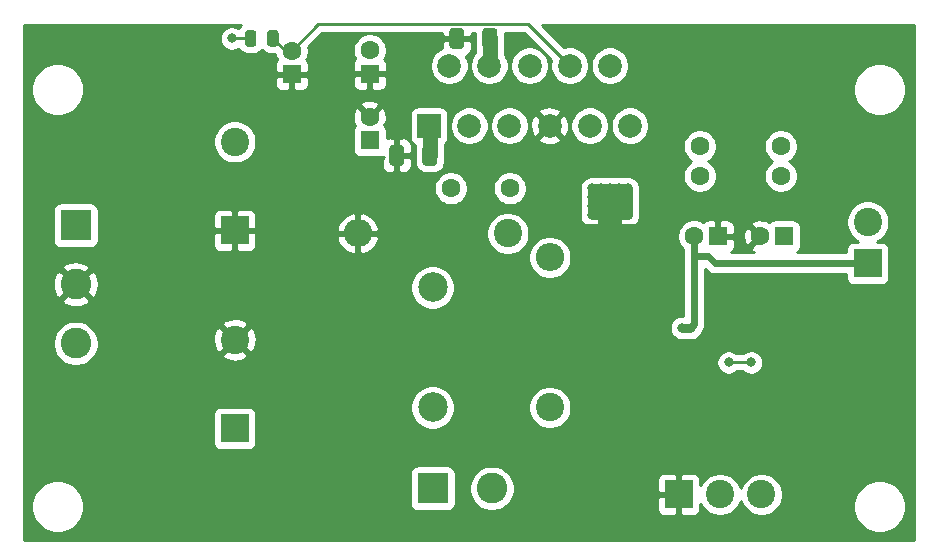
<source format=gbr>
G04 #@! TF.GenerationSoftware,KiCad,Pcbnew,5.1.9*
G04 #@! TF.CreationDate,2021-04-19T03:57:35-04:00*
G04 #@! TF.ProjectId,lm3886_amp_balanced_input,6c6d3338-3836-45f6-916d-705f62616c61,rev?*
G04 #@! TF.SameCoordinates,Original*
G04 #@! TF.FileFunction,Copper,L2,Bot*
G04 #@! TF.FilePolarity,Positive*
%FSLAX46Y46*%
G04 Gerber Fmt 4.6, Leading zero omitted, Abs format (unit mm)*
G04 Created by KiCad (PCBNEW 5.1.9) date 2021-04-19 03:57:35*
%MOMM*%
%LPD*%
G01*
G04 APERTURE LIST*
G04 #@! TA.AperFunction,EtchedComponent*
%ADD10C,0.100000*%
G04 #@! TD*
G04 #@! TA.AperFunction,ComponentPad*
%ADD11C,2.500000*%
G04 #@! TD*
G04 #@! TA.AperFunction,ComponentPad*
%ADD12C,2.400000*%
G04 #@! TD*
G04 #@! TA.AperFunction,ComponentPad*
%ADD13R,2.400000X2.400000*%
G04 #@! TD*
G04 #@! TA.AperFunction,ComponentPad*
%ADD14C,2.600000*%
G04 #@! TD*
G04 #@! TA.AperFunction,ComponentPad*
%ADD15R,2.600000X2.600000*%
G04 #@! TD*
G04 #@! TA.AperFunction,ComponentPad*
%ADD16O,2.400000X2.400000*%
G04 #@! TD*
G04 #@! TA.AperFunction,ComponentPad*
%ADD17C,1.600000*%
G04 #@! TD*
G04 #@! TA.AperFunction,ComponentPad*
%ADD18R,2.000000X2.000000*%
G04 #@! TD*
G04 #@! TA.AperFunction,ComponentPad*
%ADD19C,2.000000*%
G04 #@! TD*
G04 #@! TA.AperFunction,ComponentPad*
%ADD20R,1.600000X1.600000*%
G04 #@! TD*
G04 #@! TA.AperFunction,SMDPad,CuDef*
%ADD21C,2.000000*%
G04 #@! TD*
G04 #@! TA.AperFunction,ViaPad*
%ADD22C,0.800000*%
G04 #@! TD*
G04 #@! TA.AperFunction,Conductor*
%ADD23C,2.000000*%
G04 #@! TD*
G04 #@! TA.AperFunction,Conductor*
%ADD24C,1.250000*%
G04 #@! TD*
G04 #@! TA.AperFunction,Conductor*
%ADD25C,0.250000*%
G04 #@! TD*
G04 #@! TA.AperFunction,Conductor*
%ADD26C,0.800000*%
G04 #@! TD*
G04 #@! TA.AperFunction,Conductor*
%ADD27C,0.600000*%
G04 #@! TD*
G04 #@! TA.AperFunction,Conductor*
%ADD28C,0.254000*%
G04 #@! TD*
G04 #@! TA.AperFunction,Conductor*
%ADD29C,0.100000*%
G04 #@! TD*
G04 APERTURE END LIST*
D10*
G36*
X153940000Y-76708000D02*
G01*
X153940000Y-80708000D01*
X155940000Y-80708000D01*
X155940000Y-76708000D01*
X153940000Y-76708000D01*
G37*
D11*
X139954000Y-93726000D03*
X139954000Y-83566000D03*
G04 #@! TA.AperFunction,SMDPad,CuDef*
G36*
G01*
X125926000Y-62940250D02*
X125926000Y-62027750D01*
G75*
G02*
X126169750Y-61784000I243750J0D01*
G01*
X126657250Y-61784000D01*
G75*
G02*
X126901000Y-62027750I0J-243750D01*
G01*
X126901000Y-62940250D01*
G75*
G02*
X126657250Y-63184000I-243750J0D01*
G01*
X126169750Y-63184000D01*
G75*
G02*
X125926000Y-62940250I0J243750D01*
G01*
G37*
G04 #@! TD.AperFunction*
G04 #@! TA.AperFunction,SMDPad,CuDef*
G36*
G01*
X124051000Y-62940250D02*
X124051000Y-62027750D01*
G75*
G02*
X124294750Y-61784000I243750J0D01*
G01*
X124782250Y-61784000D01*
G75*
G02*
X125026000Y-62027750I0J-243750D01*
G01*
X125026000Y-62940250D01*
G75*
G02*
X124782250Y-63184000I-243750J0D01*
G01*
X124294750Y-63184000D01*
G75*
G02*
X124051000Y-62940250I0J243750D01*
G01*
G37*
G04 #@! TD.AperFunction*
G04 #@! TA.AperFunction,SMDPad,CuDef*
G36*
G01*
X144158000Y-63109000D02*
X144158000Y-61859000D01*
G75*
G02*
X144408000Y-61609000I250000J0D01*
G01*
X145158000Y-61609000D01*
G75*
G02*
X145408000Y-61859000I0J-250000D01*
G01*
X145408000Y-63109000D01*
G75*
G02*
X145158000Y-63359000I-250000J0D01*
G01*
X144408000Y-63359000D01*
G75*
G02*
X144158000Y-63109000I0J250000D01*
G01*
G37*
G04 #@! TD.AperFunction*
G04 #@! TA.AperFunction,SMDPad,CuDef*
G36*
G01*
X141358000Y-63109000D02*
X141358000Y-61859000D01*
G75*
G02*
X141608000Y-61609000I250000J0D01*
G01*
X142358000Y-61609000D01*
G75*
G02*
X142608000Y-61859000I0J-250000D01*
G01*
X142608000Y-63109000D01*
G75*
G02*
X142358000Y-63359000I-250000J0D01*
G01*
X141608000Y-63359000D01*
G75*
G02*
X141358000Y-63109000I0J250000D01*
G01*
G37*
G04 #@! TD.AperFunction*
G04 #@! TA.AperFunction,SMDPad,CuDef*
G36*
G01*
X137528000Y-71765000D02*
X137528000Y-73015000D01*
G75*
G02*
X137278000Y-73265000I-250000J0D01*
G01*
X136528000Y-73265000D01*
G75*
G02*
X136278000Y-73015000I0J250000D01*
G01*
X136278000Y-71765000D01*
G75*
G02*
X136528000Y-71515000I250000J0D01*
G01*
X137278000Y-71515000D01*
G75*
G02*
X137528000Y-71765000I0J-250000D01*
G01*
G37*
G04 #@! TD.AperFunction*
G04 #@! TA.AperFunction,SMDPad,CuDef*
G36*
G01*
X140328000Y-71765000D02*
X140328000Y-73015000D01*
G75*
G02*
X140078000Y-73265000I-250000J0D01*
G01*
X139328000Y-73265000D01*
G75*
G02*
X139078000Y-73015000I0J250000D01*
G01*
X139078000Y-71765000D01*
G75*
G02*
X139328000Y-71515000I250000J0D01*
G01*
X140078000Y-71515000D01*
G75*
G02*
X140328000Y-71765000I0J-250000D01*
G01*
G37*
G04 #@! TD.AperFunction*
D12*
X176784000Y-78034000D03*
D13*
X176784000Y-81534000D03*
D14*
X109728000Y-88312000D03*
X109728000Y-83312000D03*
D15*
X109728000Y-78312000D03*
D14*
X144954000Y-100584000D03*
D15*
X139954000Y-100584000D03*
D12*
X167782000Y-101092000D03*
X164282000Y-101092000D03*
D13*
X160782000Y-101092000D03*
D16*
X133604000Y-78994000D03*
D12*
X146304000Y-78994000D03*
X149860000Y-93726000D03*
D16*
X149860000Y-81026000D03*
D17*
X162560000Y-74128000D03*
X162560000Y-71628000D03*
X169418000Y-74128000D03*
X169418000Y-71628000D03*
D18*
X139648000Y-69882000D03*
D19*
X141348000Y-64802000D03*
X143048000Y-69882000D03*
X144748000Y-64802000D03*
X146448000Y-69882000D03*
X148148000Y-64802000D03*
X149848000Y-69882000D03*
X151548000Y-64802000D03*
X153248000Y-69882000D03*
X154948000Y-64802000D03*
X156648000Y-69882000D03*
D20*
X128016000Y-65532000D03*
D17*
X128016000Y-63532000D03*
D21*
X154940000Y-80708000D03*
X154940000Y-76708000D03*
D20*
X164084000Y-79248000D03*
D17*
X162084000Y-79248000D03*
D20*
X169672000Y-79248000D03*
D17*
X167672000Y-79248000D03*
X134620000Y-63500000D03*
D20*
X134620000Y-65500000D03*
D17*
X134620000Y-69120000D03*
D20*
X134620000Y-71120000D03*
D12*
X123190000Y-71240000D03*
D13*
X123190000Y-78740000D03*
D12*
X123190000Y-88004000D03*
D13*
X123190000Y-95504000D03*
D17*
X146478000Y-75184000D03*
X141478000Y-75184000D03*
D22*
X169545000Y-96393000D03*
X175768000Y-91948000D03*
X164592000Y-98044000D03*
X167386000Y-98044000D03*
X167386000Y-88392000D03*
X164592000Y-88392000D03*
X167640000Y-91440000D03*
X164338000Y-91440000D03*
X164592000Y-75692000D03*
X164592000Y-76962000D03*
X167386000Y-75692000D03*
X167386000Y-76962000D03*
X156464000Y-72390000D03*
X159512000Y-70104000D03*
X164084000Y-69596000D03*
X158750000Y-75184000D03*
X158750000Y-78232000D03*
X158750000Y-81280000D03*
X158750000Y-84582000D03*
X158750000Y-87884000D03*
X158750000Y-91694000D03*
X158750000Y-95250000D03*
X161544000Y-93472000D03*
X161544000Y-76454000D03*
X165862000Y-85090000D03*
X150368000Y-61976000D03*
X157480000Y-61976000D03*
X165862000Y-61976000D03*
X173228000Y-61976000D03*
X180086000Y-74168000D03*
X180086000Y-79756000D03*
X180086000Y-86106000D03*
X180086000Y-91948000D03*
X180086000Y-98552000D03*
X174244000Y-104394000D03*
X167640000Y-104394000D03*
X173228000Y-99060000D03*
X175260000Y-87884000D03*
X173228000Y-79756000D03*
X174752000Y-79756000D03*
X173228000Y-76200000D03*
X174752000Y-76200000D03*
X173228000Y-83566000D03*
X174752000Y-83566000D03*
X175768000Y-71882000D03*
X171704000Y-67564000D03*
X150876000Y-67056000D03*
X122936000Y-62484000D03*
X154178000Y-75946000D03*
X155702000Y-77470000D03*
X154178000Y-77470000D03*
X154940000Y-77470000D03*
X154940000Y-75946000D03*
X154178000Y-76708000D03*
X155702000Y-76708000D03*
X154940000Y-76708000D03*
X154178000Y-75184000D03*
X154940000Y-75184000D03*
X155702000Y-75184000D03*
X153416000Y-75184000D03*
X153416000Y-75946000D03*
X153416000Y-76708000D03*
X153416000Y-77470000D03*
X156464000Y-77470000D03*
X156464000Y-76708000D03*
X156464000Y-75946000D03*
X156464000Y-75184000D03*
X155702000Y-75946000D03*
X165010001Y-89916000D03*
X166910011Y-89916000D03*
X161036000Y-86995000D03*
X161798000Y-86995000D03*
D23*
X152485999Y-79248000D02*
X157648001Y-79248000D01*
X154940000Y-80708000D02*
X153226000Y-80708000D01*
X154940000Y-80708000D02*
X156908000Y-80708000D01*
X154940000Y-80708000D02*
X154940000Y-82550000D01*
D24*
X139703000Y-69937000D02*
X139648000Y-69882000D01*
X139703000Y-72390000D02*
X139703000Y-69937000D01*
X144783000Y-64767000D02*
X144748000Y-64802000D01*
X144783000Y-62484000D02*
X144783000Y-64767000D01*
D25*
X124538500Y-62484000D02*
X122936000Y-62484000D01*
X127461500Y-63532000D02*
X126413500Y-62484000D01*
X128016000Y-63532000D02*
X127461500Y-63532000D01*
X130264010Y-61283990D02*
X148029990Y-61283990D01*
X148029990Y-61283990D02*
X151548000Y-64802000D01*
X128016000Y-63532000D02*
X130264010Y-61283990D01*
D26*
X153416000Y-75184000D02*
X156464000Y-75184000D01*
X156464000Y-75184000D02*
X156464000Y-77470000D01*
X156464000Y-77470000D02*
X153416000Y-77470000D01*
X153416000Y-77470000D02*
X153416000Y-75184000D01*
X153416000Y-75946000D02*
X156464000Y-75946000D01*
X153416000Y-76708000D02*
X156464000Y-76708000D01*
D25*
X165010001Y-89916000D02*
X166910011Y-89916000D01*
D27*
X162084000Y-86709000D02*
X161798000Y-86995000D01*
X162084000Y-80931000D02*
X162084000Y-86709000D01*
X162084000Y-79248000D02*
X162084000Y-80931000D01*
X176784000Y-81534000D02*
X163869998Y-81534000D01*
X163869998Y-81534000D02*
X163266998Y-80931000D01*
X163266998Y-80931000D02*
X162084000Y-80931000D01*
D28*
X123671208Y-61404208D02*
X123561542Y-61537836D01*
X123514535Y-61625781D01*
X123426256Y-61566795D01*
X123237898Y-61488774D01*
X123037939Y-61449000D01*
X122834061Y-61449000D01*
X122634102Y-61488774D01*
X122445744Y-61566795D01*
X122276226Y-61680063D01*
X122132063Y-61824226D01*
X122018795Y-61993744D01*
X121940774Y-62182102D01*
X121901000Y-62382061D01*
X121901000Y-62585939D01*
X121940774Y-62785898D01*
X122018795Y-62974256D01*
X122132063Y-63143774D01*
X122276226Y-63287937D01*
X122445744Y-63401205D01*
X122634102Y-63479226D01*
X122834061Y-63519000D01*
X123037939Y-63519000D01*
X123237898Y-63479226D01*
X123426256Y-63401205D01*
X123514535Y-63342219D01*
X123561542Y-63430164D01*
X123671208Y-63563792D01*
X123804836Y-63673458D01*
X123957291Y-63754947D01*
X124122715Y-63805128D01*
X124294750Y-63822072D01*
X124782250Y-63822072D01*
X124954285Y-63805128D01*
X125119709Y-63754947D01*
X125272164Y-63673458D01*
X125405792Y-63563792D01*
X125476000Y-63478244D01*
X125546208Y-63563792D01*
X125679836Y-63673458D01*
X125832291Y-63754947D01*
X125997715Y-63805128D01*
X126169750Y-63822072D01*
X126610586Y-63822072D01*
X126636147Y-63950574D01*
X126744320Y-64211727D01*
X126781393Y-64267210D01*
X126764815Y-64280815D01*
X126685463Y-64377506D01*
X126626498Y-64487820D01*
X126590188Y-64607518D01*
X126577928Y-64732000D01*
X126581000Y-65246250D01*
X126739750Y-65405000D01*
X127889000Y-65405000D01*
X127889000Y-65385000D01*
X128143000Y-65385000D01*
X128143000Y-65405000D01*
X129292250Y-65405000D01*
X129451000Y-65246250D01*
X129454072Y-64732000D01*
X129450921Y-64700000D01*
X133181928Y-64700000D01*
X133185000Y-65214250D01*
X133343750Y-65373000D01*
X134493000Y-65373000D01*
X134493000Y-65353000D01*
X134747000Y-65353000D01*
X134747000Y-65373000D01*
X135896250Y-65373000D01*
X136055000Y-65214250D01*
X136058072Y-64700000D01*
X136052258Y-64640967D01*
X139713000Y-64640967D01*
X139713000Y-64963033D01*
X139775832Y-65278912D01*
X139899082Y-65576463D01*
X140078013Y-65844252D01*
X140305748Y-66071987D01*
X140573537Y-66250918D01*
X140871088Y-66374168D01*
X141186967Y-66437000D01*
X141509033Y-66437000D01*
X141824912Y-66374168D01*
X142122463Y-66250918D01*
X142390252Y-66071987D01*
X142617987Y-65844252D01*
X142796918Y-65576463D01*
X142920168Y-65278912D01*
X142983000Y-64963033D01*
X142983000Y-64640967D01*
X142920168Y-64325088D01*
X142796918Y-64027537D01*
X142762322Y-63975760D01*
X142852180Y-63948502D01*
X142962494Y-63889537D01*
X143059185Y-63810185D01*
X143138537Y-63713494D01*
X143197502Y-63603180D01*
X143233812Y-63483482D01*
X143246072Y-63359000D01*
X143243000Y-62769750D01*
X143084250Y-62611000D01*
X142110000Y-62611000D01*
X142110000Y-62631000D01*
X141856000Y-62631000D01*
X141856000Y-62611000D01*
X140881750Y-62611000D01*
X140723000Y-62769750D01*
X140720276Y-63292301D01*
X140573537Y-63353082D01*
X140305748Y-63532013D01*
X140078013Y-63759748D01*
X139899082Y-64027537D01*
X139775832Y-64325088D01*
X139713000Y-64640967D01*
X136052258Y-64640967D01*
X136045812Y-64575518D01*
X136009502Y-64455820D01*
X135950537Y-64345506D01*
X135871185Y-64248815D01*
X135854607Y-64235210D01*
X135891680Y-64179727D01*
X135999853Y-63918574D01*
X136055000Y-63641335D01*
X136055000Y-63358665D01*
X135999853Y-63081426D01*
X135891680Y-62820273D01*
X135734637Y-62585241D01*
X135534759Y-62385363D01*
X135299727Y-62228320D01*
X135038574Y-62120147D01*
X134761335Y-62065000D01*
X134478665Y-62065000D01*
X134201426Y-62120147D01*
X133940273Y-62228320D01*
X133705241Y-62385363D01*
X133505363Y-62585241D01*
X133348320Y-62820273D01*
X133240147Y-63081426D01*
X133185000Y-63358665D01*
X133185000Y-63641335D01*
X133240147Y-63918574D01*
X133348320Y-64179727D01*
X133385393Y-64235210D01*
X133368815Y-64248815D01*
X133289463Y-64345506D01*
X133230498Y-64455820D01*
X133194188Y-64575518D01*
X133181928Y-64700000D01*
X129450921Y-64700000D01*
X129441812Y-64607518D01*
X129405502Y-64487820D01*
X129346537Y-64377506D01*
X129267185Y-64280815D01*
X129250607Y-64267210D01*
X129287680Y-64211727D01*
X129395853Y-63950574D01*
X129451000Y-63673335D01*
X129451000Y-63390665D01*
X129414688Y-63208114D01*
X130578812Y-62043990D01*
X140722196Y-62043990D01*
X140723000Y-62198250D01*
X140881750Y-62357000D01*
X141856000Y-62357000D01*
X141856000Y-62337000D01*
X142110000Y-62337000D01*
X142110000Y-62357000D01*
X143084250Y-62357000D01*
X143243000Y-62198250D01*
X143243804Y-62043990D01*
X143519928Y-62043990D01*
X143519928Y-63109000D01*
X143523000Y-63140194D01*
X143523001Y-63714760D01*
X143478013Y-63759748D01*
X143299082Y-64027537D01*
X143175832Y-64325088D01*
X143113000Y-64640967D01*
X143113000Y-64963033D01*
X143175832Y-65278912D01*
X143299082Y-65576463D01*
X143478013Y-65844252D01*
X143705748Y-66071987D01*
X143973537Y-66250918D01*
X144271088Y-66374168D01*
X144586967Y-66437000D01*
X144909033Y-66437000D01*
X145224912Y-66374168D01*
X145522463Y-66250918D01*
X145790252Y-66071987D01*
X146017987Y-65844252D01*
X146196918Y-65576463D01*
X146320168Y-65278912D01*
X146383000Y-64963033D01*
X146383000Y-64640967D01*
X146513000Y-64640967D01*
X146513000Y-64963033D01*
X146575832Y-65278912D01*
X146699082Y-65576463D01*
X146878013Y-65844252D01*
X147105748Y-66071987D01*
X147373537Y-66250918D01*
X147671088Y-66374168D01*
X147986967Y-66437000D01*
X148309033Y-66437000D01*
X148624912Y-66374168D01*
X148922463Y-66250918D01*
X149190252Y-66071987D01*
X149417987Y-65844252D01*
X149596918Y-65576463D01*
X149720168Y-65278912D01*
X149783000Y-64963033D01*
X149783000Y-64640967D01*
X149720168Y-64325088D01*
X149596918Y-64027537D01*
X149417987Y-63759748D01*
X149190252Y-63532013D01*
X148922463Y-63353082D01*
X148624912Y-63229832D01*
X148309033Y-63167000D01*
X147986967Y-63167000D01*
X147671088Y-63229832D01*
X147373537Y-63353082D01*
X147105748Y-63532013D01*
X146878013Y-63759748D01*
X146699082Y-64027537D01*
X146575832Y-64325088D01*
X146513000Y-64640967D01*
X146383000Y-64640967D01*
X146320168Y-64325088D01*
X146196918Y-64027537D01*
X146043000Y-63797183D01*
X146043000Y-63140191D01*
X146046072Y-63109000D01*
X146046072Y-62043990D01*
X147715189Y-62043990D01*
X149981823Y-64310625D01*
X149975832Y-64325088D01*
X149913000Y-64640967D01*
X149913000Y-64963033D01*
X149975832Y-65278912D01*
X150099082Y-65576463D01*
X150278013Y-65844252D01*
X150505748Y-66071987D01*
X150773537Y-66250918D01*
X151071088Y-66374168D01*
X151386967Y-66437000D01*
X151709033Y-66437000D01*
X152024912Y-66374168D01*
X152322463Y-66250918D01*
X152590252Y-66071987D01*
X152817987Y-65844252D01*
X152996918Y-65576463D01*
X153120168Y-65278912D01*
X153183000Y-64963033D01*
X153183000Y-64640967D01*
X153313000Y-64640967D01*
X153313000Y-64963033D01*
X153375832Y-65278912D01*
X153499082Y-65576463D01*
X153678013Y-65844252D01*
X153905748Y-66071987D01*
X154173537Y-66250918D01*
X154471088Y-66374168D01*
X154786967Y-66437000D01*
X155109033Y-66437000D01*
X155424912Y-66374168D01*
X155722463Y-66250918D01*
X155990252Y-66071987D01*
X156217987Y-65844252D01*
X156396918Y-65576463D01*
X156520168Y-65278912D01*
X156583000Y-64963033D01*
X156583000Y-64640967D01*
X156520168Y-64325088D01*
X156396918Y-64027537D01*
X156217987Y-63759748D01*
X155990252Y-63532013D01*
X155722463Y-63353082D01*
X155424912Y-63229832D01*
X155109033Y-63167000D01*
X154786967Y-63167000D01*
X154471088Y-63229832D01*
X154173537Y-63353082D01*
X153905748Y-63532013D01*
X153678013Y-63759748D01*
X153499082Y-64027537D01*
X153375832Y-64325088D01*
X153313000Y-64640967D01*
X153183000Y-64640967D01*
X153120168Y-64325088D01*
X152996918Y-64027537D01*
X152817987Y-63759748D01*
X152590252Y-63532013D01*
X152322463Y-63353082D01*
X152024912Y-63229832D01*
X151709033Y-63167000D01*
X151386967Y-63167000D01*
X151071088Y-63229832D01*
X151056625Y-63235823D01*
X149211801Y-61391000D01*
X180671000Y-61391000D01*
X180671001Y-104979000D01*
X105333000Y-104979000D01*
X105333000Y-101887872D01*
X105969000Y-101887872D01*
X105969000Y-102328128D01*
X106054890Y-102759925D01*
X106223369Y-103166669D01*
X106467962Y-103532729D01*
X106779271Y-103844038D01*
X107145331Y-104088631D01*
X107552075Y-104257110D01*
X107983872Y-104343000D01*
X108424128Y-104343000D01*
X108855925Y-104257110D01*
X109262669Y-104088631D01*
X109628729Y-103844038D01*
X109940038Y-103532729D01*
X110184631Y-103166669D01*
X110353110Y-102759925D01*
X110439000Y-102328128D01*
X110439000Y-101887872D01*
X110353110Y-101456075D01*
X110184631Y-101049331D01*
X109940038Y-100683271D01*
X109628729Y-100371962D01*
X109262669Y-100127369D01*
X108855925Y-99958890D01*
X108424128Y-99873000D01*
X107983872Y-99873000D01*
X107552075Y-99958890D01*
X107145331Y-100127369D01*
X106779271Y-100371962D01*
X106467962Y-100683271D01*
X106223369Y-101049331D01*
X106054890Y-101456075D01*
X105969000Y-101887872D01*
X105333000Y-101887872D01*
X105333000Y-99284000D01*
X138015928Y-99284000D01*
X138015928Y-101884000D01*
X138028188Y-102008482D01*
X138064498Y-102128180D01*
X138123463Y-102238494D01*
X138202815Y-102335185D01*
X138299506Y-102414537D01*
X138409820Y-102473502D01*
X138529518Y-102509812D01*
X138654000Y-102522072D01*
X141254000Y-102522072D01*
X141378482Y-102509812D01*
X141498180Y-102473502D01*
X141608494Y-102414537D01*
X141705185Y-102335185D01*
X141784537Y-102238494D01*
X141843502Y-102128180D01*
X141879812Y-102008482D01*
X141892072Y-101884000D01*
X141892072Y-100393419D01*
X143019000Y-100393419D01*
X143019000Y-100774581D01*
X143093361Y-101148419D01*
X143239225Y-101500566D01*
X143450987Y-101817491D01*
X143720509Y-102087013D01*
X144037434Y-102298775D01*
X144389581Y-102444639D01*
X144763419Y-102519000D01*
X145144581Y-102519000D01*
X145518419Y-102444639D01*
X145870566Y-102298775D01*
X145880705Y-102292000D01*
X158943928Y-102292000D01*
X158956188Y-102416482D01*
X158992498Y-102536180D01*
X159051463Y-102646494D01*
X159130815Y-102743185D01*
X159227506Y-102822537D01*
X159337820Y-102881502D01*
X159457518Y-102917812D01*
X159582000Y-102930072D01*
X160496250Y-102927000D01*
X160655000Y-102768250D01*
X160655000Y-101219000D01*
X159105750Y-101219000D01*
X158947000Y-101377750D01*
X158943928Y-102292000D01*
X145880705Y-102292000D01*
X146187491Y-102087013D01*
X146457013Y-101817491D01*
X146668775Y-101500566D01*
X146814639Y-101148419D01*
X146889000Y-100774581D01*
X146889000Y-100393419D01*
X146814639Y-100019581D01*
X146761794Y-99892000D01*
X158943928Y-99892000D01*
X158947000Y-100806250D01*
X159105750Y-100965000D01*
X160655000Y-100965000D01*
X160655000Y-99415750D01*
X160909000Y-99415750D01*
X160909000Y-100965000D01*
X160929000Y-100965000D01*
X160929000Y-101219000D01*
X160909000Y-101219000D01*
X160909000Y-102768250D01*
X161067750Y-102927000D01*
X161982000Y-102930072D01*
X162106482Y-102917812D01*
X162226180Y-102881502D01*
X162336494Y-102822537D01*
X162433185Y-102743185D01*
X162512537Y-102646494D01*
X162571502Y-102536180D01*
X162607812Y-102416482D01*
X162620072Y-102292000D01*
X162618659Y-101871426D01*
X162655844Y-101961199D01*
X162856662Y-102261744D01*
X163112256Y-102517338D01*
X163412801Y-102718156D01*
X163746750Y-102856482D01*
X164101268Y-102927000D01*
X164462732Y-102927000D01*
X164817250Y-102856482D01*
X165151199Y-102718156D01*
X165451744Y-102517338D01*
X165707338Y-102261744D01*
X165908156Y-101961199D01*
X166032000Y-101662213D01*
X166155844Y-101961199D01*
X166356662Y-102261744D01*
X166612256Y-102517338D01*
X166912801Y-102718156D01*
X167246750Y-102856482D01*
X167601268Y-102927000D01*
X167962732Y-102927000D01*
X168317250Y-102856482D01*
X168651199Y-102718156D01*
X168951744Y-102517338D01*
X169207338Y-102261744D01*
X169408156Y-101961199D01*
X169438528Y-101887872D01*
X175565000Y-101887872D01*
X175565000Y-102328128D01*
X175650890Y-102759925D01*
X175819369Y-103166669D01*
X176063962Y-103532729D01*
X176375271Y-103844038D01*
X176741331Y-104088631D01*
X177148075Y-104257110D01*
X177579872Y-104343000D01*
X178020128Y-104343000D01*
X178451925Y-104257110D01*
X178858669Y-104088631D01*
X179224729Y-103844038D01*
X179536038Y-103532729D01*
X179780631Y-103166669D01*
X179949110Y-102759925D01*
X180035000Y-102328128D01*
X180035000Y-101887872D01*
X179949110Y-101456075D01*
X179780631Y-101049331D01*
X179536038Y-100683271D01*
X179224729Y-100371962D01*
X178858669Y-100127369D01*
X178451925Y-99958890D01*
X178020128Y-99873000D01*
X177579872Y-99873000D01*
X177148075Y-99958890D01*
X176741331Y-100127369D01*
X176375271Y-100371962D01*
X176063962Y-100683271D01*
X175819369Y-101049331D01*
X175650890Y-101456075D01*
X175565000Y-101887872D01*
X169438528Y-101887872D01*
X169546482Y-101627250D01*
X169617000Y-101272732D01*
X169617000Y-100911268D01*
X169546482Y-100556750D01*
X169408156Y-100222801D01*
X169207338Y-99922256D01*
X168951744Y-99666662D01*
X168651199Y-99465844D01*
X168317250Y-99327518D01*
X167962732Y-99257000D01*
X167601268Y-99257000D01*
X167246750Y-99327518D01*
X166912801Y-99465844D01*
X166612256Y-99666662D01*
X166356662Y-99922256D01*
X166155844Y-100222801D01*
X166032000Y-100521787D01*
X165908156Y-100222801D01*
X165707338Y-99922256D01*
X165451744Y-99666662D01*
X165151199Y-99465844D01*
X164817250Y-99327518D01*
X164462732Y-99257000D01*
X164101268Y-99257000D01*
X163746750Y-99327518D01*
X163412801Y-99465844D01*
X163112256Y-99666662D01*
X162856662Y-99922256D01*
X162655844Y-100222801D01*
X162618659Y-100312574D01*
X162620072Y-99892000D01*
X162607812Y-99767518D01*
X162571502Y-99647820D01*
X162512537Y-99537506D01*
X162433185Y-99440815D01*
X162336494Y-99361463D01*
X162226180Y-99302498D01*
X162106482Y-99266188D01*
X161982000Y-99253928D01*
X161067750Y-99257000D01*
X160909000Y-99415750D01*
X160655000Y-99415750D01*
X160496250Y-99257000D01*
X159582000Y-99253928D01*
X159457518Y-99266188D01*
X159337820Y-99302498D01*
X159227506Y-99361463D01*
X159130815Y-99440815D01*
X159051463Y-99537506D01*
X158992498Y-99647820D01*
X158956188Y-99767518D01*
X158943928Y-99892000D01*
X146761794Y-99892000D01*
X146668775Y-99667434D01*
X146457013Y-99350509D01*
X146187491Y-99080987D01*
X145870566Y-98869225D01*
X145518419Y-98723361D01*
X145144581Y-98649000D01*
X144763419Y-98649000D01*
X144389581Y-98723361D01*
X144037434Y-98869225D01*
X143720509Y-99080987D01*
X143450987Y-99350509D01*
X143239225Y-99667434D01*
X143093361Y-100019581D01*
X143019000Y-100393419D01*
X141892072Y-100393419D01*
X141892072Y-99284000D01*
X141879812Y-99159518D01*
X141843502Y-99039820D01*
X141784537Y-98929506D01*
X141705185Y-98832815D01*
X141608494Y-98753463D01*
X141498180Y-98694498D01*
X141378482Y-98658188D01*
X141254000Y-98645928D01*
X138654000Y-98645928D01*
X138529518Y-98658188D01*
X138409820Y-98694498D01*
X138299506Y-98753463D01*
X138202815Y-98832815D01*
X138123463Y-98929506D01*
X138064498Y-99039820D01*
X138028188Y-99159518D01*
X138015928Y-99284000D01*
X105333000Y-99284000D01*
X105333000Y-94304000D01*
X121351928Y-94304000D01*
X121351928Y-96704000D01*
X121364188Y-96828482D01*
X121400498Y-96948180D01*
X121459463Y-97058494D01*
X121538815Y-97155185D01*
X121635506Y-97234537D01*
X121745820Y-97293502D01*
X121865518Y-97329812D01*
X121990000Y-97342072D01*
X124390000Y-97342072D01*
X124514482Y-97329812D01*
X124634180Y-97293502D01*
X124744494Y-97234537D01*
X124841185Y-97155185D01*
X124920537Y-97058494D01*
X124979502Y-96948180D01*
X125015812Y-96828482D01*
X125028072Y-96704000D01*
X125028072Y-94304000D01*
X125015812Y-94179518D01*
X124979502Y-94059820D01*
X124920537Y-93949506D01*
X124841185Y-93852815D01*
X124744494Y-93773463D01*
X124634180Y-93714498D01*
X124514482Y-93678188D01*
X124390000Y-93665928D01*
X121990000Y-93665928D01*
X121865518Y-93678188D01*
X121745820Y-93714498D01*
X121635506Y-93773463D01*
X121538815Y-93852815D01*
X121459463Y-93949506D01*
X121400498Y-94059820D01*
X121364188Y-94179518D01*
X121351928Y-94304000D01*
X105333000Y-94304000D01*
X105333000Y-93540344D01*
X138069000Y-93540344D01*
X138069000Y-93911656D01*
X138141439Y-94275834D01*
X138283534Y-94618882D01*
X138489825Y-94927618D01*
X138752382Y-95190175D01*
X139061118Y-95396466D01*
X139404166Y-95538561D01*
X139768344Y-95611000D01*
X140139656Y-95611000D01*
X140503834Y-95538561D01*
X140846882Y-95396466D01*
X141155618Y-95190175D01*
X141418175Y-94927618D01*
X141624466Y-94618882D01*
X141766561Y-94275834D01*
X141839000Y-93911656D01*
X141839000Y-93545268D01*
X148025000Y-93545268D01*
X148025000Y-93906732D01*
X148095518Y-94261250D01*
X148233844Y-94595199D01*
X148434662Y-94895744D01*
X148690256Y-95151338D01*
X148990801Y-95352156D01*
X149324750Y-95490482D01*
X149679268Y-95561000D01*
X150040732Y-95561000D01*
X150395250Y-95490482D01*
X150729199Y-95352156D01*
X151029744Y-95151338D01*
X151285338Y-94895744D01*
X151486156Y-94595199D01*
X151624482Y-94261250D01*
X151695000Y-93906732D01*
X151695000Y-93545268D01*
X151624482Y-93190750D01*
X151486156Y-92856801D01*
X151285338Y-92556256D01*
X151029744Y-92300662D01*
X150729199Y-92099844D01*
X150395250Y-91961518D01*
X150040732Y-91891000D01*
X149679268Y-91891000D01*
X149324750Y-91961518D01*
X148990801Y-92099844D01*
X148690256Y-92300662D01*
X148434662Y-92556256D01*
X148233844Y-92856801D01*
X148095518Y-93190750D01*
X148025000Y-93545268D01*
X141839000Y-93545268D01*
X141839000Y-93540344D01*
X141766561Y-93176166D01*
X141624466Y-92833118D01*
X141418175Y-92524382D01*
X141155618Y-92261825D01*
X140846882Y-92055534D01*
X140503834Y-91913439D01*
X140139656Y-91841000D01*
X139768344Y-91841000D01*
X139404166Y-91913439D01*
X139061118Y-92055534D01*
X138752382Y-92261825D01*
X138489825Y-92524382D01*
X138283534Y-92833118D01*
X138141439Y-93176166D01*
X138069000Y-93540344D01*
X105333000Y-93540344D01*
X105333000Y-88121419D01*
X107793000Y-88121419D01*
X107793000Y-88502581D01*
X107867361Y-88876419D01*
X108013225Y-89228566D01*
X108224987Y-89545491D01*
X108494509Y-89815013D01*
X108811434Y-90026775D01*
X109163581Y-90172639D01*
X109537419Y-90247000D01*
X109918581Y-90247000D01*
X110292419Y-90172639D01*
X110644566Y-90026775D01*
X110961491Y-89815013D01*
X111231013Y-89545491D01*
X111407084Y-89281980D01*
X122091626Y-89281980D01*
X122211514Y-89566836D01*
X122535210Y-89727699D01*
X122884069Y-89822322D01*
X123244684Y-89847067D01*
X123501467Y-89814061D01*
X163975001Y-89814061D01*
X163975001Y-90017939D01*
X164014775Y-90217898D01*
X164092796Y-90406256D01*
X164206064Y-90575774D01*
X164350227Y-90719937D01*
X164519745Y-90833205D01*
X164708103Y-90911226D01*
X164908062Y-90951000D01*
X165111940Y-90951000D01*
X165311899Y-90911226D01*
X165500257Y-90833205D01*
X165669775Y-90719937D01*
X165713712Y-90676000D01*
X166206300Y-90676000D01*
X166250237Y-90719937D01*
X166419755Y-90833205D01*
X166608113Y-90911226D01*
X166808072Y-90951000D01*
X167011950Y-90951000D01*
X167211909Y-90911226D01*
X167400267Y-90833205D01*
X167569785Y-90719937D01*
X167713948Y-90575774D01*
X167827216Y-90406256D01*
X167905237Y-90217898D01*
X167945011Y-90017939D01*
X167945011Y-89814061D01*
X167905237Y-89614102D01*
X167827216Y-89425744D01*
X167713948Y-89256226D01*
X167569785Y-89112063D01*
X167400267Y-88998795D01*
X167211909Y-88920774D01*
X167011950Y-88881000D01*
X166808072Y-88881000D01*
X166608113Y-88920774D01*
X166419755Y-88998795D01*
X166250237Y-89112063D01*
X166206300Y-89156000D01*
X165713712Y-89156000D01*
X165669775Y-89112063D01*
X165500257Y-88998795D01*
X165311899Y-88920774D01*
X165111940Y-88881000D01*
X164908062Y-88881000D01*
X164708103Y-88920774D01*
X164519745Y-88998795D01*
X164350227Y-89112063D01*
X164206064Y-89256226D01*
X164092796Y-89425744D01*
X164014775Y-89614102D01*
X163975001Y-89814061D01*
X123501467Y-89814061D01*
X123603198Y-89800985D01*
X123945833Y-89685846D01*
X124168486Y-89566836D01*
X124288374Y-89281980D01*
X123190000Y-88183605D01*
X122091626Y-89281980D01*
X111407084Y-89281980D01*
X111442775Y-89228566D01*
X111588639Y-88876419D01*
X111663000Y-88502581D01*
X111663000Y-88121419D01*
X111650522Y-88058684D01*
X121346933Y-88058684D01*
X121393015Y-88417198D01*
X121508154Y-88759833D01*
X121627164Y-88982486D01*
X121912020Y-89102374D01*
X123010395Y-88004000D01*
X123369605Y-88004000D01*
X124467980Y-89102374D01*
X124752836Y-88982486D01*
X124913699Y-88658790D01*
X125008322Y-88309931D01*
X125033067Y-87949316D01*
X124986985Y-87590802D01*
X124871846Y-87248167D01*
X124752836Y-87025514D01*
X124467980Y-86905626D01*
X123369605Y-88004000D01*
X123010395Y-88004000D01*
X121912020Y-86905626D01*
X121627164Y-87025514D01*
X121466301Y-87349210D01*
X121371678Y-87698069D01*
X121346933Y-88058684D01*
X111650522Y-88058684D01*
X111588639Y-87747581D01*
X111442775Y-87395434D01*
X111231013Y-87078509D01*
X110961491Y-86808987D01*
X110837322Y-86726020D01*
X122091626Y-86726020D01*
X123190000Y-87824395D01*
X124121333Y-86893061D01*
X160001000Y-86893061D01*
X160001000Y-87096939D01*
X160040774Y-87296898D01*
X160118795Y-87485256D01*
X160232063Y-87654774D01*
X160376226Y-87798937D01*
X160545744Y-87912205D01*
X160734102Y-87990226D01*
X160934061Y-88030000D01*
X161137939Y-88030000D01*
X161233459Y-88011000D01*
X161600541Y-88011000D01*
X161696061Y-88030000D01*
X161899939Y-88030000D01*
X162099898Y-87990226D01*
X162288256Y-87912205D01*
X162457774Y-87798937D01*
X162601937Y-87654774D01*
X162715205Y-87485256D01*
X162775030Y-87340828D01*
X162865186Y-87230972D01*
X162952007Y-87068540D01*
X163005471Y-86892292D01*
X163019000Y-86754932D01*
X163023524Y-86709001D01*
X163019000Y-86663069D01*
X163019000Y-82005290D01*
X163176364Y-82162654D01*
X163205654Y-82198344D01*
X163348026Y-82315186D01*
X163510458Y-82402007D01*
X163582826Y-82423959D01*
X163686706Y-82455472D01*
X163869998Y-82473524D01*
X163915933Y-82469000D01*
X174945928Y-82469000D01*
X174945928Y-82734000D01*
X174958188Y-82858482D01*
X174994498Y-82978180D01*
X175053463Y-83088494D01*
X175132815Y-83185185D01*
X175229506Y-83264537D01*
X175339820Y-83323502D01*
X175459518Y-83359812D01*
X175584000Y-83372072D01*
X177984000Y-83372072D01*
X178108482Y-83359812D01*
X178228180Y-83323502D01*
X178338494Y-83264537D01*
X178435185Y-83185185D01*
X178514537Y-83088494D01*
X178573502Y-82978180D01*
X178609812Y-82858482D01*
X178622072Y-82734000D01*
X178622072Y-80334000D01*
X178609812Y-80209518D01*
X178573502Y-80089820D01*
X178514537Y-79979506D01*
X178435185Y-79882815D01*
X178338494Y-79803463D01*
X178228180Y-79744498D01*
X178108482Y-79708188D01*
X177984000Y-79695928D01*
X177566838Y-79695928D01*
X177653199Y-79660156D01*
X177953744Y-79459338D01*
X178209338Y-79203744D01*
X178410156Y-78903199D01*
X178548482Y-78569250D01*
X178619000Y-78214732D01*
X178619000Y-77853268D01*
X178548482Y-77498750D01*
X178410156Y-77164801D01*
X178209338Y-76864256D01*
X177953744Y-76608662D01*
X177653199Y-76407844D01*
X177319250Y-76269518D01*
X176964732Y-76199000D01*
X176603268Y-76199000D01*
X176248750Y-76269518D01*
X175914801Y-76407844D01*
X175614256Y-76608662D01*
X175358662Y-76864256D01*
X175157844Y-77164801D01*
X175019518Y-77498750D01*
X174949000Y-77853268D01*
X174949000Y-78214732D01*
X175019518Y-78569250D01*
X175157844Y-78903199D01*
X175358662Y-79203744D01*
X175614256Y-79459338D01*
X175914801Y-79660156D01*
X176001162Y-79695928D01*
X175584000Y-79695928D01*
X175459518Y-79708188D01*
X175339820Y-79744498D01*
X175229506Y-79803463D01*
X175132815Y-79882815D01*
X175053463Y-79979506D01*
X174994498Y-80089820D01*
X174958188Y-80209518D01*
X174945928Y-80334000D01*
X174945928Y-80599000D01*
X170788211Y-80599000D01*
X170826494Y-80578537D01*
X170923185Y-80499185D01*
X171002537Y-80402494D01*
X171061502Y-80292180D01*
X171097812Y-80172482D01*
X171110072Y-80048000D01*
X171110072Y-78448000D01*
X171097812Y-78323518D01*
X171061502Y-78203820D01*
X171002537Y-78093506D01*
X170923185Y-77996815D01*
X170826494Y-77917463D01*
X170716180Y-77858498D01*
X170596482Y-77822188D01*
X170472000Y-77809928D01*
X168872000Y-77809928D01*
X168747518Y-77822188D01*
X168627820Y-77858498D01*
X168517506Y-77917463D01*
X168420815Y-77996815D01*
X168410193Y-78009758D01*
X168158004Y-77890429D01*
X167883816Y-77821700D01*
X167601488Y-77807783D01*
X167321870Y-77849213D01*
X167055708Y-77944397D01*
X166930486Y-78011329D01*
X166858903Y-78255298D01*
X167672000Y-79068395D01*
X167686143Y-79054253D01*
X167865748Y-79233858D01*
X167851605Y-79248000D01*
X167865748Y-79262143D01*
X167686143Y-79441748D01*
X167672000Y-79427605D01*
X166858903Y-80240702D01*
X166930486Y-80484671D01*
X167172109Y-80599000D01*
X165200211Y-80599000D01*
X165238494Y-80578537D01*
X165335185Y-80499185D01*
X165414537Y-80402494D01*
X165473502Y-80292180D01*
X165509812Y-80172482D01*
X165522072Y-80048000D01*
X165519000Y-79533750D01*
X165360250Y-79375000D01*
X164211000Y-79375000D01*
X164211000Y-79395000D01*
X163957000Y-79395000D01*
X163957000Y-79375000D01*
X163937000Y-79375000D01*
X163937000Y-79318512D01*
X166231783Y-79318512D01*
X166273213Y-79598130D01*
X166368397Y-79864292D01*
X166435329Y-79989514D01*
X166679298Y-80061097D01*
X167492395Y-79248000D01*
X166679298Y-78434903D01*
X166435329Y-78506486D01*
X166314429Y-78761996D01*
X166245700Y-79036184D01*
X166231783Y-79318512D01*
X163937000Y-79318512D01*
X163937000Y-79121000D01*
X163957000Y-79121000D01*
X163957000Y-77971750D01*
X164211000Y-77971750D01*
X164211000Y-79121000D01*
X165360250Y-79121000D01*
X165519000Y-78962250D01*
X165522072Y-78448000D01*
X165509812Y-78323518D01*
X165473502Y-78203820D01*
X165414537Y-78093506D01*
X165335185Y-77996815D01*
X165238494Y-77917463D01*
X165128180Y-77858498D01*
X165008482Y-77822188D01*
X164884000Y-77809928D01*
X164369750Y-77813000D01*
X164211000Y-77971750D01*
X163957000Y-77971750D01*
X163798250Y-77813000D01*
X163284000Y-77809928D01*
X163159518Y-77822188D01*
X163039820Y-77858498D01*
X162929506Y-77917463D01*
X162832815Y-77996815D01*
X162819210Y-78013393D01*
X162763727Y-77976320D01*
X162502574Y-77868147D01*
X162225335Y-77813000D01*
X161942665Y-77813000D01*
X161665426Y-77868147D01*
X161404273Y-77976320D01*
X161169241Y-78133363D01*
X160969363Y-78333241D01*
X160812320Y-78568273D01*
X160704147Y-78829426D01*
X160649000Y-79106665D01*
X160649000Y-79389335D01*
X160704147Y-79666574D01*
X160812320Y-79927727D01*
X160969363Y-80162759D01*
X161149001Y-80342397D01*
X161149001Y-80885058D01*
X161144476Y-80931000D01*
X161149000Y-80976932D01*
X161149001Y-85962200D01*
X161137939Y-85960000D01*
X160934061Y-85960000D01*
X160734102Y-85999774D01*
X160545744Y-86077795D01*
X160376226Y-86191063D01*
X160232063Y-86335226D01*
X160118795Y-86504744D01*
X160040774Y-86693102D01*
X160001000Y-86893061D01*
X124121333Y-86893061D01*
X124288374Y-86726020D01*
X124168486Y-86441164D01*
X123844790Y-86280301D01*
X123495931Y-86185678D01*
X123135316Y-86160933D01*
X122776802Y-86207015D01*
X122434167Y-86322154D01*
X122211514Y-86441164D01*
X122091626Y-86726020D01*
X110837322Y-86726020D01*
X110644566Y-86597225D01*
X110292419Y-86451361D01*
X109918581Y-86377000D01*
X109537419Y-86377000D01*
X109163581Y-86451361D01*
X108811434Y-86597225D01*
X108494509Y-86808987D01*
X108224987Y-87078509D01*
X108013225Y-87395434D01*
X107867361Y-87747581D01*
X107793000Y-88121419D01*
X105333000Y-88121419D01*
X105333000Y-84661224D01*
X108558381Y-84661224D01*
X108690317Y-84956312D01*
X109031045Y-85127159D01*
X109398557Y-85228250D01*
X109778729Y-85255701D01*
X110156951Y-85208457D01*
X110518690Y-85088333D01*
X110765683Y-84956312D01*
X110897619Y-84661224D01*
X109728000Y-83491605D01*
X108558381Y-84661224D01*
X105333000Y-84661224D01*
X105333000Y-83362729D01*
X107784299Y-83362729D01*
X107831543Y-83740951D01*
X107951667Y-84102690D01*
X108083688Y-84349683D01*
X108378776Y-84481619D01*
X109548395Y-83312000D01*
X109907605Y-83312000D01*
X111077224Y-84481619D01*
X111372312Y-84349683D01*
X111543159Y-84008955D01*
X111644250Y-83641443D01*
X111663103Y-83380344D01*
X138069000Y-83380344D01*
X138069000Y-83751656D01*
X138141439Y-84115834D01*
X138283534Y-84458882D01*
X138489825Y-84767618D01*
X138752382Y-85030175D01*
X139061118Y-85236466D01*
X139404166Y-85378561D01*
X139768344Y-85451000D01*
X140139656Y-85451000D01*
X140503834Y-85378561D01*
X140846882Y-85236466D01*
X141155618Y-85030175D01*
X141418175Y-84767618D01*
X141624466Y-84458882D01*
X141766561Y-84115834D01*
X141839000Y-83751656D01*
X141839000Y-83380344D01*
X141766561Y-83016166D01*
X141624466Y-82673118D01*
X141418175Y-82364382D01*
X141155618Y-82101825D01*
X140846882Y-81895534D01*
X140503834Y-81753439D01*
X140139656Y-81681000D01*
X139768344Y-81681000D01*
X139404166Y-81753439D01*
X139061118Y-81895534D01*
X138752382Y-82101825D01*
X138489825Y-82364382D01*
X138283534Y-82673118D01*
X138141439Y-83016166D01*
X138069000Y-83380344D01*
X111663103Y-83380344D01*
X111671701Y-83261271D01*
X111624457Y-82883049D01*
X111504333Y-82521310D01*
X111372312Y-82274317D01*
X111077224Y-82142381D01*
X109907605Y-83312000D01*
X109548395Y-83312000D01*
X108378776Y-82142381D01*
X108083688Y-82274317D01*
X107912841Y-82615045D01*
X107811750Y-82982557D01*
X107784299Y-83362729D01*
X105333000Y-83362729D01*
X105333000Y-81962776D01*
X108558381Y-81962776D01*
X109728000Y-83132395D01*
X110897619Y-81962776D01*
X110765683Y-81667688D01*
X110424955Y-81496841D01*
X110057443Y-81395750D01*
X109677271Y-81368299D01*
X109299049Y-81415543D01*
X108937310Y-81535667D01*
X108690317Y-81667688D01*
X108558381Y-81962776D01*
X105333000Y-81962776D01*
X105333000Y-80845268D01*
X148025000Y-80845268D01*
X148025000Y-81206732D01*
X148095518Y-81561250D01*
X148233844Y-81895199D01*
X148434662Y-82195744D01*
X148690256Y-82451338D01*
X148990801Y-82652156D01*
X149324750Y-82790482D01*
X149679268Y-82861000D01*
X150040732Y-82861000D01*
X150395250Y-82790482D01*
X150729199Y-82652156D01*
X151029744Y-82451338D01*
X151285338Y-82195744D01*
X151486156Y-81895199D01*
X151624482Y-81561250D01*
X151695000Y-81206732D01*
X151695000Y-80845268D01*
X151624482Y-80490750D01*
X151486156Y-80156801D01*
X151285338Y-79856256D01*
X151029744Y-79600662D01*
X150729199Y-79399844D01*
X150395250Y-79261518D01*
X150040732Y-79191000D01*
X149679268Y-79191000D01*
X149324750Y-79261518D01*
X148990801Y-79399844D01*
X148690256Y-79600662D01*
X148434662Y-79856256D01*
X148233844Y-80156801D01*
X148095518Y-80490750D01*
X148025000Y-80845268D01*
X105333000Y-80845268D01*
X105333000Y-77012000D01*
X107789928Y-77012000D01*
X107789928Y-79612000D01*
X107802188Y-79736482D01*
X107838498Y-79856180D01*
X107897463Y-79966494D01*
X107976815Y-80063185D01*
X108073506Y-80142537D01*
X108183820Y-80201502D01*
X108303518Y-80237812D01*
X108428000Y-80250072D01*
X111028000Y-80250072D01*
X111152482Y-80237812D01*
X111272180Y-80201502D01*
X111382494Y-80142537D01*
X111479185Y-80063185D01*
X111558537Y-79966494D01*
X111572698Y-79940000D01*
X121351928Y-79940000D01*
X121364188Y-80064482D01*
X121400498Y-80184180D01*
X121459463Y-80294494D01*
X121538815Y-80391185D01*
X121635506Y-80470537D01*
X121745820Y-80529502D01*
X121865518Y-80565812D01*
X121990000Y-80578072D01*
X122904250Y-80575000D01*
X123063000Y-80416250D01*
X123063000Y-78867000D01*
X123317000Y-78867000D01*
X123317000Y-80416250D01*
X123475750Y-80575000D01*
X124390000Y-80578072D01*
X124514482Y-80565812D01*
X124634180Y-80529502D01*
X124744494Y-80470537D01*
X124841185Y-80391185D01*
X124920537Y-80294494D01*
X124979502Y-80184180D01*
X125015812Y-80064482D01*
X125028072Y-79940000D01*
X125026278Y-79405805D01*
X131815805Y-79405805D01*
X131888379Y-79645066D01*
X132048361Y-79967257D01*
X132268125Y-80252046D01*
X132539226Y-80488489D01*
X132851246Y-80667500D01*
X133192194Y-80782199D01*
X133477000Y-80665854D01*
X133477000Y-79121000D01*
X133731000Y-79121000D01*
X133731000Y-80665854D01*
X134015806Y-80782199D01*
X134356754Y-80667500D01*
X134668774Y-80488489D01*
X134939875Y-80252046D01*
X135159639Y-79967257D01*
X135319621Y-79645066D01*
X135392195Y-79405805D01*
X135275432Y-79121000D01*
X133731000Y-79121000D01*
X133477000Y-79121000D01*
X131932568Y-79121000D01*
X131815805Y-79405805D01*
X125026278Y-79405805D01*
X125025000Y-79025750D01*
X124866250Y-78867000D01*
X123317000Y-78867000D01*
X123063000Y-78867000D01*
X121513750Y-78867000D01*
X121355000Y-79025750D01*
X121351928Y-79940000D01*
X111572698Y-79940000D01*
X111617502Y-79856180D01*
X111653812Y-79736482D01*
X111666072Y-79612000D01*
X111666072Y-77540000D01*
X121351928Y-77540000D01*
X121355000Y-78454250D01*
X121513750Y-78613000D01*
X123063000Y-78613000D01*
X123063000Y-77063750D01*
X123317000Y-77063750D01*
X123317000Y-78613000D01*
X124866250Y-78613000D01*
X124897055Y-78582195D01*
X131815805Y-78582195D01*
X131932568Y-78867000D01*
X133477000Y-78867000D01*
X133477000Y-77322146D01*
X133731000Y-77322146D01*
X133731000Y-78867000D01*
X135275432Y-78867000D01*
X135297460Y-78813268D01*
X144469000Y-78813268D01*
X144469000Y-79174732D01*
X144539518Y-79529250D01*
X144677844Y-79863199D01*
X144878662Y-80163744D01*
X145134256Y-80419338D01*
X145434801Y-80620156D01*
X145768750Y-80758482D01*
X146123268Y-80829000D01*
X146484732Y-80829000D01*
X146839250Y-80758482D01*
X147173199Y-80620156D01*
X147473744Y-80419338D01*
X147729338Y-80163744D01*
X147930156Y-79863199D01*
X148068482Y-79529250D01*
X148139000Y-79174732D01*
X148139000Y-78813268D01*
X148068482Y-78458750D01*
X147930156Y-78124801D01*
X147729338Y-77824256D01*
X147473744Y-77568662D01*
X147173199Y-77367844D01*
X146839250Y-77229518D01*
X146484732Y-77159000D01*
X146123268Y-77159000D01*
X145768750Y-77229518D01*
X145434801Y-77367844D01*
X145134256Y-77568662D01*
X144878662Y-77824256D01*
X144677844Y-78124801D01*
X144539518Y-78458750D01*
X144469000Y-78813268D01*
X135297460Y-78813268D01*
X135392195Y-78582195D01*
X135319621Y-78342934D01*
X135159639Y-78020743D01*
X134939875Y-77735954D01*
X134668774Y-77499511D01*
X134356754Y-77320500D01*
X134015806Y-77205801D01*
X133731000Y-77322146D01*
X133477000Y-77322146D01*
X133192194Y-77205801D01*
X132851246Y-77320500D01*
X132539226Y-77499511D01*
X132268125Y-77735954D01*
X132048361Y-78020743D01*
X131888379Y-78342934D01*
X131815805Y-78582195D01*
X124897055Y-78582195D01*
X125025000Y-78454250D01*
X125028072Y-77540000D01*
X125015812Y-77415518D01*
X124979502Y-77295820D01*
X124920537Y-77185506D01*
X124841185Y-77088815D01*
X124744494Y-77009463D01*
X124634180Y-76950498D01*
X124514482Y-76914188D01*
X124390000Y-76901928D01*
X123475750Y-76905000D01*
X123317000Y-77063750D01*
X123063000Y-77063750D01*
X122904250Y-76905000D01*
X121990000Y-76901928D01*
X121865518Y-76914188D01*
X121745820Y-76950498D01*
X121635506Y-77009463D01*
X121538815Y-77088815D01*
X121459463Y-77185506D01*
X121400498Y-77295820D01*
X121364188Y-77415518D01*
X121351928Y-77540000D01*
X111666072Y-77540000D01*
X111666072Y-77012000D01*
X111653812Y-76887518D01*
X111617502Y-76767820D01*
X111558537Y-76657506D01*
X111479185Y-76560815D01*
X111382494Y-76481463D01*
X111272180Y-76422498D01*
X111152482Y-76386188D01*
X111028000Y-76373928D01*
X108428000Y-76373928D01*
X108303518Y-76386188D01*
X108183820Y-76422498D01*
X108073506Y-76481463D01*
X107976815Y-76560815D01*
X107897463Y-76657506D01*
X107838498Y-76767820D01*
X107802188Y-76887518D01*
X107789928Y-77012000D01*
X105333000Y-77012000D01*
X105333000Y-75042665D01*
X140043000Y-75042665D01*
X140043000Y-75325335D01*
X140098147Y-75602574D01*
X140206320Y-75863727D01*
X140363363Y-76098759D01*
X140563241Y-76298637D01*
X140798273Y-76455680D01*
X141059426Y-76563853D01*
X141336665Y-76619000D01*
X141619335Y-76619000D01*
X141896574Y-76563853D01*
X142157727Y-76455680D01*
X142392759Y-76298637D01*
X142592637Y-76098759D01*
X142749680Y-75863727D01*
X142857853Y-75602574D01*
X142913000Y-75325335D01*
X142913000Y-75042665D01*
X145043000Y-75042665D01*
X145043000Y-75325335D01*
X145098147Y-75602574D01*
X145206320Y-75863727D01*
X145363363Y-76098759D01*
X145563241Y-76298637D01*
X145798273Y-76455680D01*
X146059426Y-76563853D01*
X146336665Y-76619000D01*
X146619335Y-76619000D01*
X146896574Y-76563853D01*
X147157727Y-76455680D01*
X147392759Y-76298637D01*
X147592637Y-76098759D01*
X147749680Y-75863727D01*
X147857853Y-75602574D01*
X147913000Y-75325335D01*
X147913000Y-75184000D01*
X152375993Y-75184000D01*
X152381000Y-75234838D01*
X152381000Y-75285939D01*
X152381001Y-75285944D01*
X152381001Y-75844057D01*
X152381000Y-75844061D01*
X152381000Y-75895162D01*
X152375993Y-75946000D01*
X152381000Y-75996838D01*
X152381000Y-76047939D01*
X152381001Y-76047942D01*
X152381000Y-76657158D01*
X152375993Y-76708000D01*
X152381000Y-76758841D01*
X152381000Y-77419162D01*
X152375993Y-77470000D01*
X152381000Y-77520837D01*
X152381000Y-77571939D01*
X152390969Y-77622057D01*
X152395976Y-77672895D01*
X152410804Y-77721777D01*
X152420774Y-77771898D01*
X152440331Y-77819113D01*
X152455159Y-77867993D01*
X152479238Y-77913042D01*
X152498795Y-77960256D01*
X152527186Y-78002746D01*
X152536805Y-78020743D01*
X152551266Y-78047797D01*
X152583672Y-78087284D01*
X152612063Y-78129774D01*
X152648197Y-78165908D01*
X152680604Y-78205396D01*
X152720092Y-78237803D01*
X152756226Y-78273937D01*
X152798716Y-78302328D01*
X152838203Y-78334734D01*
X152883254Y-78358814D01*
X152925744Y-78387205D01*
X152972958Y-78406762D01*
X153018007Y-78430841D01*
X153066887Y-78445669D01*
X153114102Y-78465226D01*
X153164223Y-78475196D01*
X153213105Y-78490024D01*
X153263943Y-78495031D01*
X153305000Y-78503198D01*
X153305000Y-80658888D01*
X153298282Y-80770595D01*
X153342039Y-81089675D01*
X153447205Y-81394088D01*
X153540186Y-81568044D01*
X153804587Y-81663808D01*
X154125395Y-81343000D01*
X154484605Y-81343000D01*
X153984192Y-81843413D01*
X154079956Y-82107814D01*
X154369571Y-82248704D01*
X154681108Y-82330384D01*
X155002595Y-82349718D01*
X155321675Y-82305961D01*
X155626088Y-82200795D01*
X155800044Y-82107814D01*
X155895808Y-81843413D01*
X155395395Y-81343000D01*
X155754605Y-81343000D01*
X156075413Y-81663808D01*
X156339814Y-81568044D01*
X156480704Y-81278429D01*
X156562384Y-80966892D01*
X156581718Y-80645405D01*
X156575000Y-80596417D01*
X156575000Y-78503198D01*
X156616057Y-78495031D01*
X156666895Y-78490024D01*
X156715777Y-78475196D01*
X156765898Y-78465226D01*
X156813113Y-78445669D01*
X156861993Y-78430841D01*
X156907042Y-78406762D01*
X156954256Y-78387205D01*
X156996746Y-78358814D01*
X157041797Y-78334734D01*
X157081284Y-78302328D01*
X157123774Y-78273937D01*
X157159908Y-78237803D01*
X157199396Y-78205396D01*
X157231803Y-78165908D01*
X157267937Y-78129774D01*
X157296328Y-78087284D01*
X157328734Y-78047797D01*
X157352814Y-78002746D01*
X157381205Y-77960256D01*
X157400762Y-77913042D01*
X157424841Y-77867993D01*
X157439669Y-77819113D01*
X157459226Y-77771898D01*
X157469196Y-77721777D01*
X157484024Y-77672895D01*
X157489031Y-77622057D01*
X157499000Y-77571939D01*
X157499000Y-77520837D01*
X157504007Y-77470000D01*
X157499000Y-77419162D01*
X157499000Y-76758838D01*
X157504007Y-76708000D01*
X157499000Y-76657162D01*
X157499000Y-75996838D01*
X157504007Y-75946000D01*
X157499000Y-75895162D01*
X157499000Y-75234838D01*
X157504007Y-75184000D01*
X157499000Y-75133162D01*
X157499000Y-75082061D01*
X157489031Y-75031943D01*
X157484024Y-74981105D01*
X157469196Y-74932223D01*
X157459226Y-74882102D01*
X157439669Y-74834887D01*
X157424841Y-74786007D01*
X157400762Y-74740958D01*
X157381205Y-74693744D01*
X157352814Y-74651254D01*
X157328734Y-74606203D01*
X157296328Y-74566716D01*
X157267937Y-74524226D01*
X157231803Y-74488092D01*
X157199396Y-74448604D01*
X157159908Y-74416197D01*
X157123774Y-74380063D01*
X157081284Y-74351672D01*
X157041797Y-74319266D01*
X156996746Y-74295186D01*
X156954256Y-74266795D01*
X156907042Y-74247238D01*
X156861993Y-74223159D01*
X156813113Y-74208331D01*
X156765898Y-74188774D01*
X156715777Y-74178804D01*
X156666895Y-74163976D01*
X156616057Y-74158969D01*
X156565939Y-74149000D01*
X156514838Y-74149000D01*
X156464000Y-74143993D01*
X156413162Y-74149000D01*
X153466838Y-74149000D01*
X153416000Y-74143993D01*
X153365162Y-74149000D01*
X153314061Y-74149000D01*
X153263943Y-74158969D01*
X153213105Y-74163976D01*
X153164223Y-74178804D01*
X153114102Y-74188774D01*
X153066887Y-74208331D01*
X153018007Y-74223159D01*
X152972958Y-74247238D01*
X152925744Y-74266795D01*
X152883254Y-74295186D01*
X152838203Y-74319266D01*
X152798716Y-74351672D01*
X152756226Y-74380063D01*
X152720092Y-74416197D01*
X152680604Y-74448604D01*
X152648197Y-74488092D01*
X152612063Y-74524226D01*
X152583672Y-74566716D01*
X152551266Y-74606203D01*
X152527186Y-74651254D01*
X152498795Y-74693744D01*
X152479238Y-74740958D01*
X152455159Y-74786007D01*
X152440331Y-74834887D01*
X152420774Y-74882102D01*
X152410804Y-74932223D01*
X152395976Y-74981105D01*
X152390969Y-75031943D01*
X152381000Y-75082061D01*
X152381000Y-75133162D01*
X152375993Y-75184000D01*
X147913000Y-75184000D01*
X147913000Y-75042665D01*
X147857853Y-74765426D01*
X147749680Y-74504273D01*
X147592637Y-74269241D01*
X147392759Y-74069363D01*
X147157727Y-73912320D01*
X146896574Y-73804147D01*
X146619335Y-73749000D01*
X146336665Y-73749000D01*
X146059426Y-73804147D01*
X145798273Y-73912320D01*
X145563241Y-74069363D01*
X145363363Y-74269241D01*
X145206320Y-74504273D01*
X145098147Y-74765426D01*
X145043000Y-75042665D01*
X142913000Y-75042665D01*
X142857853Y-74765426D01*
X142749680Y-74504273D01*
X142592637Y-74269241D01*
X142392759Y-74069363D01*
X142157727Y-73912320D01*
X141896574Y-73804147D01*
X141619335Y-73749000D01*
X141336665Y-73749000D01*
X141059426Y-73804147D01*
X140798273Y-73912320D01*
X140563241Y-74069363D01*
X140363363Y-74269241D01*
X140206320Y-74504273D01*
X140098147Y-74765426D01*
X140043000Y-75042665D01*
X105333000Y-75042665D01*
X105333000Y-71059268D01*
X121355000Y-71059268D01*
X121355000Y-71420732D01*
X121425518Y-71775250D01*
X121563844Y-72109199D01*
X121764662Y-72409744D01*
X122020256Y-72665338D01*
X122320801Y-72866156D01*
X122654750Y-73004482D01*
X123009268Y-73075000D01*
X123370732Y-73075000D01*
X123725250Y-73004482D01*
X124059199Y-72866156D01*
X124359744Y-72665338D01*
X124615338Y-72409744D01*
X124816156Y-72109199D01*
X124954482Y-71775250D01*
X125025000Y-71420732D01*
X125025000Y-71059268D01*
X124954482Y-70704750D01*
X124816156Y-70370801D01*
X124615338Y-70070256D01*
X124359744Y-69814662D01*
X124059199Y-69613844D01*
X123725250Y-69475518D01*
X123370732Y-69405000D01*
X123009268Y-69405000D01*
X122654750Y-69475518D01*
X122320801Y-69613844D01*
X122020256Y-69814662D01*
X121764662Y-70070256D01*
X121563844Y-70370801D01*
X121425518Y-70704750D01*
X121355000Y-71059268D01*
X105333000Y-71059268D01*
X105333000Y-69190512D01*
X133179783Y-69190512D01*
X133221213Y-69470130D01*
X133316397Y-69736292D01*
X133381616Y-69858309D01*
X133368815Y-69868815D01*
X133289463Y-69965506D01*
X133230498Y-70075820D01*
X133194188Y-70195518D01*
X133181928Y-70320000D01*
X133181928Y-71920000D01*
X133194188Y-72044482D01*
X133230498Y-72164180D01*
X133289463Y-72274494D01*
X133368815Y-72371185D01*
X133465506Y-72450537D01*
X133575820Y-72509502D01*
X133695518Y-72545812D01*
X133820000Y-72558072D01*
X135420000Y-72558072D01*
X135544482Y-72545812D01*
X135643000Y-72515927D01*
X135643000Y-72517002D01*
X135801748Y-72517002D01*
X135643000Y-72675750D01*
X135639928Y-73265000D01*
X135652188Y-73389482D01*
X135688498Y-73509180D01*
X135747463Y-73619494D01*
X135826815Y-73716185D01*
X135923506Y-73795537D01*
X136033820Y-73854502D01*
X136153518Y-73890812D01*
X136278000Y-73903072D01*
X136617250Y-73900000D01*
X136776000Y-73741250D01*
X136776000Y-72517000D01*
X137030000Y-72517000D01*
X137030000Y-73741250D01*
X137188750Y-73900000D01*
X137528000Y-73903072D01*
X137652482Y-73890812D01*
X137772180Y-73854502D01*
X137882494Y-73795537D01*
X137979185Y-73716185D01*
X138058537Y-73619494D01*
X138117502Y-73509180D01*
X138153812Y-73389482D01*
X138166072Y-73265000D01*
X138163000Y-72675750D01*
X138004250Y-72517000D01*
X137030000Y-72517000D01*
X136776000Y-72517000D01*
X136756000Y-72517000D01*
X136756000Y-72263000D01*
X136776000Y-72263000D01*
X136776000Y-71038750D01*
X137030000Y-71038750D01*
X137030000Y-72263000D01*
X138004250Y-72263000D01*
X138163000Y-72104250D01*
X138166072Y-71515000D01*
X138153812Y-71390518D01*
X138117502Y-71270820D01*
X138058537Y-71160506D01*
X137979185Y-71063815D01*
X137882494Y-70984463D01*
X137772180Y-70925498D01*
X137652482Y-70889188D01*
X137528000Y-70876928D01*
X137188750Y-70880000D01*
X137030000Y-71038750D01*
X136776000Y-71038750D01*
X136617250Y-70880000D01*
X136278000Y-70876928D01*
X136153518Y-70889188D01*
X136058072Y-70918141D01*
X136058072Y-70320000D01*
X136045812Y-70195518D01*
X136009502Y-70075820D01*
X135950537Y-69965506D01*
X135871185Y-69868815D01*
X135858242Y-69858193D01*
X135977571Y-69606004D01*
X136046300Y-69331816D01*
X136060217Y-69049488D01*
X136035401Y-68882000D01*
X138009928Y-68882000D01*
X138009928Y-70882000D01*
X138022188Y-71006482D01*
X138058498Y-71126180D01*
X138117463Y-71236494D01*
X138196815Y-71333185D01*
X138293506Y-71412537D01*
X138403820Y-71471502D01*
X138443000Y-71483387D01*
X138443000Y-71733807D01*
X138439928Y-71765000D01*
X138439928Y-73015000D01*
X138456992Y-73188254D01*
X138507528Y-73354850D01*
X138589595Y-73508386D01*
X138700038Y-73642962D01*
X138834614Y-73753405D01*
X138988150Y-73835472D01*
X139154746Y-73886008D01*
X139328000Y-73903072D01*
X140078000Y-73903072D01*
X140251254Y-73886008D01*
X140417850Y-73835472D01*
X140571386Y-73753405D01*
X140705962Y-73642962D01*
X140816405Y-73508386D01*
X140898472Y-73354850D01*
X140949008Y-73188254D01*
X140966072Y-73015000D01*
X140966072Y-71765000D01*
X140963000Y-71733809D01*
X140963000Y-71433647D01*
X141002494Y-71412537D01*
X141099185Y-71333185D01*
X141178537Y-71236494D01*
X141237502Y-71126180D01*
X141273812Y-71006482D01*
X141286072Y-70882000D01*
X141286072Y-69720967D01*
X141413000Y-69720967D01*
X141413000Y-70043033D01*
X141475832Y-70358912D01*
X141599082Y-70656463D01*
X141778013Y-70924252D01*
X142005748Y-71151987D01*
X142273537Y-71330918D01*
X142571088Y-71454168D01*
X142886967Y-71517000D01*
X143209033Y-71517000D01*
X143524912Y-71454168D01*
X143822463Y-71330918D01*
X144090252Y-71151987D01*
X144317987Y-70924252D01*
X144496918Y-70656463D01*
X144620168Y-70358912D01*
X144683000Y-70043033D01*
X144683000Y-69720967D01*
X144813000Y-69720967D01*
X144813000Y-70043033D01*
X144875832Y-70358912D01*
X144999082Y-70656463D01*
X145178013Y-70924252D01*
X145405748Y-71151987D01*
X145673537Y-71330918D01*
X145971088Y-71454168D01*
X146286967Y-71517000D01*
X146609033Y-71517000D01*
X146924912Y-71454168D01*
X147222463Y-71330918D01*
X147490252Y-71151987D01*
X147624826Y-71017413D01*
X148892192Y-71017413D01*
X148987956Y-71281814D01*
X149277571Y-71422704D01*
X149589108Y-71504384D01*
X149910595Y-71523718D01*
X150229675Y-71479961D01*
X150534088Y-71374795D01*
X150708044Y-71281814D01*
X150803808Y-71017413D01*
X149848000Y-70061605D01*
X148892192Y-71017413D01*
X147624826Y-71017413D01*
X147717987Y-70924252D01*
X147896918Y-70656463D01*
X148020168Y-70358912D01*
X148083000Y-70043033D01*
X148083000Y-69944595D01*
X148206282Y-69944595D01*
X148250039Y-70263675D01*
X148355205Y-70568088D01*
X148448186Y-70742044D01*
X148712587Y-70837808D01*
X149668395Y-69882000D01*
X150027605Y-69882000D01*
X150983413Y-70837808D01*
X151247814Y-70742044D01*
X151388704Y-70452429D01*
X151470384Y-70140892D01*
X151489718Y-69819405D01*
X151476219Y-69720967D01*
X151613000Y-69720967D01*
X151613000Y-70043033D01*
X151675832Y-70358912D01*
X151799082Y-70656463D01*
X151978013Y-70924252D01*
X152205748Y-71151987D01*
X152473537Y-71330918D01*
X152771088Y-71454168D01*
X153086967Y-71517000D01*
X153409033Y-71517000D01*
X153724912Y-71454168D01*
X154022463Y-71330918D01*
X154290252Y-71151987D01*
X154517987Y-70924252D01*
X154696918Y-70656463D01*
X154820168Y-70358912D01*
X154883000Y-70043033D01*
X154883000Y-69720967D01*
X155013000Y-69720967D01*
X155013000Y-70043033D01*
X155075832Y-70358912D01*
X155199082Y-70656463D01*
X155378013Y-70924252D01*
X155605748Y-71151987D01*
X155873537Y-71330918D01*
X156171088Y-71454168D01*
X156486967Y-71517000D01*
X156809033Y-71517000D01*
X156961537Y-71486665D01*
X161125000Y-71486665D01*
X161125000Y-71769335D01*
X161180147Y-72046574D01*
X161288320Y-72307727D01*
X161445363Y-72542759D01*
X161645241Y-72742637D01*
X161847827Y-72878000D01*
X161645241Y-73013363D01*
X161445363Y-73213241D01*
X161288320Y-73448273D01*
X161180147Y-73709426D01*
X161125000Y-73986665D01*
X161125000Y-74269335D01*
X161180147Y-74546574D01*
X161288320Y-74807727D01*
X161445363Y-75042759D01*
X161645241Y-75242637D01*
X161880273Y-75399680D01*
X162141426Y-75507853D01*
X162418665Y-75563000D01*
X162701335Y-75563000D01*
X162978574Y-75507853D01*
X163239727Y-75399680D01*
X163474759Y-75242637D01*
X163674637Y-75042759D01*
X163831680Y-74807727D01*
X163939853Y-74546574D01*
X163995000Y-74269335D01*
X163995000Y-73986665D01*
X163939853Y-73709426D01*
X163831680Y-73448273D01*
X163674637Y-73213241D01*
X163474759Y-73013363D01*
X163272173Y-72878000D01*
X163474759Y-72742637D01*
X163674637Y-72542759D01*
X163831680Y-72307727D01*
X163939853Y-72046574D01*
X163995000Y-71769335D01*
X163995000Y-71486665D01*
X167983000Y-71486665D01*
X167983000Y-71769335D01*
X168038147Y-72046574D01*
X168146320Y-72307727D01*
X168303363Y-72542759D01*
X168503241Y-72742637D01*
X168705827Y-72878000D01*
X168503241Y-73013363D01*
X168303363Y-73213241D01*
X168146320Y-73448273D01*
X168038147Y-73709426D01*
X167983000Y-73986665D01*
X167983000Y-74269335D01*
X168038147Y-74546574D01*
X168146320Y-74807727D01*
X168303363Y-75042759D01*
X168503241Y-75242637D01*
X168738273Y-75399680D01*
X168999426Y-75507853D01*
X169276665Y-75563000D01*
X169559335Y-75563000D01*
X169836574Y-75507853D01*
X170097727Y-75399680D01*
X170332759Y-75242637D01*
X170532637Y-75042759D01*
X170689680Y-74807727D01*
X170797853Y-74546574D01*
X170853000Y-74269335D01*
X170853000Y-73986665D01*
X170797853Y-73709426D01*
X170689680Y-73448273D01*
X170532637Y-73213241D01*
X170332759Y-73013363D01*
X170130173Y-72878000D01*
X170332759Y-72742637D01*
X170532637Y-72542759D01*
X170689680Y-72307727D01*
X170797853Y-72046574D01*
X170853000Y-71769335D01*
X170853000Y-71486665D01*
X170797853Y-71209426D01*
X170689680Y-70948273D01*
X170532637Y-70713241D01*
X170332759Y-70513363D01*
X170097727Y-70356320D01*
X169836574Y-70248147D01*
X169559335Y-70193000D01*
X169276665Y-70193000D01*
X168999426Y-70248147D01*
X168738273Y-70356320D01*
X168503241Y-70513363D01*
X168303363Y-70713241D01*
X168146320Y-70948273D01*
X168038147Y-71209426D01*
X167983000Y-71486665D01*
X163995000Y-71486665D01*
X163939853Y-71209426D01*
X163831680Y-70948273D01*
X163674637Y-70713241D01*
X163474759Y-70513363D01*
X163239727Y-70356320D01*
X162978574Y-70248147D01*
X162701335Y-70193000D01*
X162418665Y-70193000D01*
X162141426Y-70248147D01*
X161880273Y-70356320D01*
X161645241Y-70513363D01*
X161445363Y-70713241D01*
X161288320Y-70948273D01*
X161180147Y-71209426D01*
X161125000Y-71486665D01*
X156961537Y-71486665D01*
X157124912Y-71454168D01*
X157422463Y-71330918D01*
X157690252Y-71151987D01*
X157917987Y-70924252D01*
X158096918Y-70656463D01*
X158220168Y-70358912D01*
X158283000Y-70043033D01*
X158283000Y-69720967D01*
X158220168Y-69405088D01*
X158096918Y-69107537D01*
X157917987Y-68839748D01*
X157690252Y-68612013D01*
X157422463Y-68433082D01*
X157124912Y-68309832D01*
X156809033Y-68247000D01*
X156486967Y-68247000D01*
X156171088Y-68309832D01*
X155873537Y-68433082D01*
X155605748Y-68612013D01*
X155378013Y-68839748D01*
X155199082Y-69107537D01*
X155075832Y-69405088D01*
X155013000Y-69720967D01*
X154883000Y-69720967D01*
X154820168Y-69405088D01*
X154696918Y-69107537D01*
X154517987Y-68839748D01*
X154290252Y-68612013D01*
X154022463Y-68433082D01*
X153724912Y-68309832D01*
X153409033Y-68247000D01*
X153086967Y-68247000D01*
X152771088Y-68309832D01*
X152473537Y-68433082D01*
X152205748Y-68612013D01*
X151978013Y-68839748D01*
X151799082Y-69107537D01*
X151675832Y-69405088D01*
X151613000Y-69720967D01*
X151476219Y-69720967D01*
X151445961Y-69500325D01*
X151340795Y-69195912D01*
X151247814Y-69021956D01*
X150983413Y-68926192D01*
X150027605Y-69882000D01*
X149668395Y-69882000D01*
X148712587Y-68926192D01*
X148448186Y-69021956D01*
X148307296Y-69311571D01*
X148225616Y-69623108D01*
X148206282Y-69944595D01*
X148083000Y-69944595D01*
X148083000Y-69720967D01*
X148020168Y-69405088D01*
X147896918Y-69107537D01*
X147717987Y-68839748D01*
X147624826Y-68746587D01*
X148892192Y-68746587D01*
X149848000Y-69702395D01*
X150803808Y-68746587D01*
X150708044Y-68482186D01*
X150418429Y-68341296D01*
X150106892Y-68259616D01*
X149785405Y-68240282D01*
X149466325Y-68284039D01*
X149161912Y-68389205D01*
X148987956Y-68482186D01*
X148892192Y-68746587D01*
X147624826Y-68746587D01*
X147490252Y-68612013D01*
X147222463Y-68433082D01*
X146924912Y-68309832D01*
X146609033Y-68247000D01*
X146286967Y-68247000D01*
X145971088Y-68309832D01*
X145673537Y-68433082D01*
X145405748Y-68612013D01*
X145178013Y-68839748D01*
X144999082Y-69107537D01*
X144875832Y-69405088D01*
X144813000Y-69720967D01*
X144683000Y-69720967D01*
X144620168Y-69405088D01*
X144496918Y-69107537D01*
X144317987Y-68839748D01*
X144090252Y-68612013D01*
X143822463Y-68433082D01*
X143524912Y-68309832D01*
X143209033Y-68247000D01*
X142886967Y-68247000D01*
X142571088Y-68309832D01*
X142273537Y-68433082D01*
X142005748Y-68612013D01*
X141778013Y-68839748D01*
X141599082Y-69107537D01*
X141475832Y-69405088D01*
X141413000Y-69720967D01*
X141286072Y-69720967D01*
X141286072Y-68882000D01*
X141273812Y-68757518D01*
X141237502Y-68637820D01*
X141178537Y-68527506D01*
X141099185Y-68430815D01*
X141002494Y-68351463D01*
X140892180Y-68292498D01*
X140772482Y-68256188D01*
X140648000Y-68243928D01*
X138648000Y-68243928D01*
X138523518Y-68256188D01*
X138403820Y-68292498D01*
X138293506Y-68351463D01*
X138196815Y-68430815D01*
X138117463Y-68527506D01*
X138058498Y-68637820D01*
X138022188Y-68757518D01*
X138009928Y-68882000D01*
X136035401Y-68882000D01*
X136018787Y-68769870D01*
X135923603Y-68503708D01*
X135856671Y-68378486D01*
X135612702Y-68306903D01*
X134799605Y-69120000D01*
X134813748Y-69134143D01*
X134634143Y-69313748D01*
X134620000Y-69299605D01*
X134605858Y-69313748D01*
X134426253Y-69134143D01*
X134440395Y-69120000D01*
X133627298Y-68306903D01*
X133383329Y-68378486D01*
X133262429Y-68633996D01*
X133193700Y-68908184D01*
X133179783Y-69190512D01*
X105333000Y-69190512D01*
X105333000Y-66581872D01*
X105969000Y-66581872D01*
X105969000Y-67022128D01*
X106054890Y-67453925D01*
X106223369Y-67860669D01*
X106467962Y-68226729D01*
X106779271Y-68538038D01*
X107145331Y-68782631D01*
X107552075Y-68951110D01*
X107983872Y-69037000D01*
X108424128Y-69037000D01*
X108855925Y-68951110D01*
X109262669Y-68782631D01*
X109628729Y-68538038D01*
X109940038Y-68226729D01*
X110006475Y-68127298D01*
X133806903Y-68127298D01*
X134620000Y-68940395D01*
X135433097Y-68127298D01*
X135361514Y-67883329D01*
X135106004Y-67762429D01*
X134831816Y-67693700D01*
X134549488Y-67679783D01*
X134269870Y-67721213D01*
X134003708Y-67816397D01*
X133878486Y-67883329D01*
X133806903Y-68127298D01*
X110006475Y-68127298D01*
X110184631Y-67860669D01*
X110353110Y-67453925D01*
X110439000Y-67022128D01*
X110439000Y-66581872D01*
X110389298Y-66332000D01*
X126577928Y-66332000D01*
X126590188Y-66456482D01*
X126626498Y-66576180D01*
X126685463Y-66686494D01*
X126764815Y-66783185D01*
X126861506Y-66862537D01*
X126971820Y-66921502D01*
X127091518Y-66957812D01*
X127216000Y-66970072D01*
X127730250Y-66967000D01*
X127889000Y-66808250D01*
X127889000Y-65659000D01*
X128143000Y-65659000D01*
X128143000Y-66808250D01*
X128301750Y-66967000D01*
X128816000Y-66970072D01*
X128940482Y-66957812D01*
X129060180Y-66921502D01*
X129170494Y-66862537D01*
X129267185Y-66783185D01*
X129346537Y-66686494D01*
X129405502Y-66576180D01*
X129441812Y-66456482D01*
X129454072Y-66332000D01*
X129453881Y-66300000D01*
X133181928Y-66300000D01*
X133194188Y-66424482D01*
X133230498Y-66544180D01*
X133289463Y-66654494D01*
X133368815Y-66751185D01*
X133465506Y-66830537D01*
X133575820Y-66889502D01*
X133695518Y-66925812D01*
X133820000Y-66938072D01*
X134334250Y-66935000D01*
X134493000Y-66776250D01*
X134493000Y-65627000D01*
X134747000Y-65627000D01*
X134747000Y-66776250D01*
X134905750Y-66935000D01*
X135420000Y-66938072D01*
X135544482Y-66925812D01*
X135664180Y-66889502D01*
X135774494Y-66830537D01*
X135871185Y-66751185D01*
X135950537Y-66654494D01*
X135989354Y-66581872D01*
X175565000Y-66581872D01*
X175565000Y-67022128D01*
X175650890Y-67453925D01*
X175819369Y-67860669D01*
X176063962Y-68226729D01*
X176375271Y-68538038D01*
X176741331Y-68782631D01*
X177148075Y-68951110D01*
X177579872Y-69037000D01*
X178020128Y-69037000D01*
X178451925Y-68951110D01*
X178858669Y-68782631D01*
X179224729Y-68538038D01*
X179536038Y-68226729D01*
X179780631Y-67860669D01*
X179949110Y-67453925D01*
X180035000Y-67022128D01*
X180035000Y-66581872D01*
X179949110Y-66150075D01*
X179780631Y-65743331D01*
X179536038Y-65377271D01*
X179224729Y-65065962D01*
X178858669Y-64821369D01*
X178451925Y-64652890D01*
X178020128Y-64567000D01*
X177579872Y-64567000D01*
X177148075Y-64652890D01*
X176741331Y-64821369D01*
X176375271Y-65065962D01*
X176063962Y-65377271D01*
X175819369Y-65743331D01*
X175650890Y-66150075D01*
X175565000Y-66581872D01*
X135989354Y-66581872D01*
X136009502Y-66544180D01*
X136045812Y-66424482D01*
X136058072Y-66300000D01*
X136055000Y-65785750D01*
X135896250Y-65627000D01*
X134747000Y-65627000D01*
X134493000Y-65627000D01*
X133343750Y-65627000D01*
X133185000Y-65785750D01*
X133181928Y-66300000D01*
X129453881Y-66300000D01*
X129451000Y-65817750D01*
X129292250Y-65659000D01*
X128143000Y-65659000D01*
X127889000Y-65659000D01*
X126739750Y-65659000D01*
X126581000Y-65817750D01*
X126577928Y-66332000D01*
X110389298Y-66332000D01*
X110353110Y-66150075D01*
X110184631Y-65743331D01*
X109940038Y-65377271D01*
X109628729Y-65065962D01*
X109262669Y-64821369D01*
X108855925Y-64652890D01*
X108424128Y-64567000D01*
X107983872Y-64567000D01*
X107552075Y-64652890D01*
X107145331Y-64821369D01*
X106779271Y-65065962D01*
X106467962Y-65377271D01*
X106223369Y-65743331D01*
X106054890Y-66150075D01*
X105969000Y-66581872D01*
X105333000Y-66581872D01*
X105333000Y-61391000D01*
X123687302Y-61391000D01*
X123671208Y-61404208D01*
G04 #@! TA.AperFunction,Conductor*
D29*
G36*
X123671208Y-61404208D02*
G01*
X123561542Y-61537836D01*
X123514535Y-61625781D01*
X123426256Y-61566795D01*
X123237898Y-61488774D01*
X123037939Y-61449000D01*
X122834061Y-61449000D01*
X122634102Y-61488774D01*
X122445744Y-61566795D01*
X122276226Y-61680063D01*
X122132063Y-61824226D01*
X122018795Y-61993744D01*
X121940774Y-62182102D01*
X121901000Y-62382061D01*
X121901000Y-62585939D01*
X121940774Y-62785898D01*
X122018795Y-62974256D01*
X122132063Y-63143774D01*
X122276226Y-63287937D01*
X122445744Y-63401205D01*
X122634102Y-63479226D01*
X122834061Y-63519000D01*
X123037939Y-63519000D01*
X123237898Y-63479226D01*
X123426256Y-63401205D01*
X123514535Y-63342219D01*
X123561542Y-63430164D01*
X123671208Y-63563792D01*
X123804836Y-63673458D01*
X123957291Y-63754947D01*
X124122715Y-63805128D01*
X124294750Y-63822072D01*
X124782250Y-63822072D01*
X124954285Y-63805128D01*
X125119709Y-63754947D01*
X125272164Y-63673458D01*
X125405792Y-63563792D01*
X125476000Y-63478244D01*
X125546208Y-63563792D01*
X125679836Y-63673458D01*
X125832291Y-63754947D01*
X125997715Y-63805128D01*
X126169750Y-63822072D01*
X126610586Y-63822072D01*
X126636147Y-63950574D01*
X126744320Y-64211727D01*
X126781393Y-64267210D01*
X126764815Y-64280815D01*
X126685463Y-64377506D01*
X126626498Y-64487820D01*
X126590188Y-64607518D01*
X126577928Y-64732000D01*
X126581000Y-65246250D01*
X126739750Y-65405000D01*
X127889000Y-65405000D01*
X127889000Y-65385000D01*
X128143000Y-65385000D01*
X128143000Y-65405000D01*
X129292250Y-65405000D01*
X129451000Y-65246250D01*
X129454072Y-64732000D01*
X129450921Y-64700000D01*
X133181928Y-64700000D01*
X133185000Y-65214250D01*
X133343750Y-65373000D01*
X134493000Y-65373000D01*
X134493000Y-65353000D01*
X134747000Y-65353000D01*
X134747000Y-65373000D01*
X135896250Y-65373000D01*
X136055000Y-65214250D01*
X136058072Y-64700000D01*
X136052258Y-64640967D01*
X139713000Y-64640967D01*
X139713000Y-64963033D01*
X139775832Y-65278912D01*
X139899082Y-65576463D01*
X140078013Y-65844252D01*
X140305748Y-66071987D01*
X140573537Y-66250918D01*
X140871088Y-66374168D01*
X141186967Y-66437000D01*
X141509033Y-66437000D01*
X141824912Y-66374168D01*
X142122463Y-66250918D01*
X142390252Y-66071987D01*
X142617987Y-65844252D01*
X142796918Y-65576463D01*
X142920168Y-65278912D01*
X142983000Y-64963033D01*
X142983000Y-64640967D01*
X142920168Y-64325088D01*
X142796918Y-64027537D01*
X142762322Y-63975760D01*
X142852180Y-63948502D01*
X142962494Y-63889537D01*
X143059185Y-63810185D01*
X143138537Y-63713494D01*
X143197502Y-63603180D01*
X143233812Y-63483482D01*
X143246072Y-63359000D01*
X143243000Y-62769750D01*
X143084250Y-62611000D01*
X142110000Y-62611000D01*
X142110000Y-62631000D01*
X141856000Y-62631000D01*
X141856000Y-62611000D01*
X140881750Y-62611000D01*
X140723000Y-62769750D01*
X140720276Y-63292301D01*
X140573537Y-63353082D01*
X140305748Y-63532013D01*
X140078013Y-63759748D01*
X139899082Y-64027537D01*
X139775832Y-64325088D01*
X139713000Y-64640967D01*
X136052258Y-64640967D01*
X136045812Y-64575518D01*
X136009502Y-64455820D01*
X135950537Y-64345506D01*
X135871185Y-64248815D01*
X135854607Y-64235210D01*
X135891680Y-64179727D01*
X135999853Y-63918574D01*
X136055000Y-63641335D01*
X136055000Y-63358665D01*
X135999853Y-63081426D01*
X135891680Y-62820273D01*
X135734637Y-62585241D01*
X135534759Y-62385363D01*
X135299727Y-62228320D01*
X135038574Y-62120147D01*
X134761335Y-62065000D01*
X134478665Y-62065000D01*
X134201426Y-62120147D01*
X133940273Y-62228320D01*
X133705241Y-62385363D01*
X133505363Y-62585241D01*
X133348320Y-62820273D01*
X133240147Y-63081426D01*
X133185000Y-63358665D01*
X133185000Y-63641335D01*
X133240147Y-63918574D01*
X133348320Y-64179727D01*
X133385393Y-64235210D01*
X133368815Y-64248815D01*
X133289463Y-64345506D01*
X133230498Y-64455820D01*
X133194188Y-64575518D01*
X133181928Y-64700000D01*
X129450921Y-64700000D01*
X129441812Y-64607518D01*
X129405502Y-64487820D01*
X129346537Y-64377506D01*
X129267185Y-64280815D01*
X129250607Y-64267210D01*
X129287680Y-64211727D01*
X129395853Y-63950574D01*
X129451000Y-63673335D01*
X129451000Y-63390665D01*
X129414688Y-63208114D01*
X130578812Y-62043990D01*
X140722196Y-62043990D01*
X140723000Y-62198250D01*
X140881750Y-62357000D01*
X141856000Y-62357000D01*
X141856000Y-62337000D01*
X142110000Y-62337000D01*
X142110000Y-62357000D01*
X143084250Y-62357000D01*
X143243000Y-62198250D01*
X143243804Y-62043990D01*
X143519928Y-62043990D01*
X143519928Y-63109000D01*
X143523000Y-63140194D01*
X143523001Y-63714760D01*
X143478013Y-63759748D01*
X143299082Y-64027537D01*
X143175832Y-64325088D01*
X143113000Y-64640967D01*
X143113000Y-64963033D01*
X143175832Y-65278912D01*
X143299082Y-65576463D01*
X143478013Y-65844252D01*
X143705748Y-66071987D01*
X143973537Y-66250918D01*
X144271088Y-66374168D01*
X144586967Y-66437000D01*
X144909033Y-66437000D01*
X145224912Y-66374168D01*
X145522463Y-66250918D01*
X145790252Y-66071987D01*
X146017987Y-65844252D01*
X146196918Y-65576463D01*
X146320168Y-65278912D01*
X146383000Y-64963033D01*
X146383000Y-64640967D01*
X146513000Y-64640967D01*
X146513000Y-64963033D01*
X146575832Y-65278912D01*
X146699082Y-65576463D01*
X146878013Y-65844252D01*
X147105748Y-66071987D01*
X147373537Y-66250918D01*
X147671088Y-66374168D01*
X147986967Y-66437000D01*
X148309033Y-66437000D01*
X148624912Y-66374168D01*
X148922463Y-66250918D01*
X149190252Y-66071987D01*
X149417987Y-65844252D01*
X149596918Y-65576463D01*
X149720168Y-65278912D01*
X149783000Y-64963033D01*
X149783000Y-64640967D01*
X149720168Y-64325088D01*
X149596918Y-64027537D01*
X149417987Y-63759748D01*
X149190252Y-63532013D01*
X148922463Y-63353082D01*
X148624912Y-63229832D01*
X148309033Y-63167000D01*
X147986967Y-63167000D01*
X147671088Y-63229832D01*
X147373537Y-63353082D01*
X147105748Y-63532013D01*
X146878013Y-63759748D01*
X146699082Y-64027537D01*
X146575832Y-64325088D01*
X146513000Y-64640967D01*
X146383000Y-64640967D01*
X146320168Y-64325088D01*
X146196918Y-64027537D01*
X146043000Y-63797183D01*
X146043000Y-63140191D01*
X146046072Y-63109000D01*
X146046072Y-62043990D01*
X147715189Y-62043990D01*
X149981823Y-64310625D01*
X149975832Y-64325088D01*
X149913000Y-64640967D01*
X149913000Y-64963033D01*
X149975832Y-65278912D01*
X150099082Y-65576463D01*
X150278013Y-65844252D01*
X150505748Y-66071987D01*
X150773537Y-66250918D01*
X151071088Y-66374168D01*
X151386967Y-66437000D01*
X151709033Y-66437000D01*
X152024912Y-66374168D01*
X152322463Y-66250918D01*
X152590252Y-66071987D01*
X152817987Y-65844252D01*
X152996918Y-65576463D01*
X153120168Y-65278912D01*
X153183000Y-64963033D01*
X153183000Y-64640967D01*
X153313000Y-64640967D01*
X153313000Y-64963033D01*
X153375832Y-65278912D01*
X153499082Y-65576463D01*
X153678013Y-65844252D01*
X153905748Y-66071987D01*
X154173537Y-66250918D01*
X154471088Y-66374168D01*
X154786967Y-66437000D01*
X155109033Y-66437000D01*
X155424912Y-66374168D01*
X155722463Y-66250918D01*
X155990252Y-66071987D01*
X156217987Y-65844252D01*
X156396918Y-65576463D01*
X156520168Y-65278912D01*
X156583000Y-64963033D01*
X156583000Y-64640967D01*
X156520168Y-64325088D01*
X156396918Y-64027537D01*
X156217987Y-63759748D01*
X155990252Y-63532013D01*
X155722463Y-63353082D01*
X155424912Y-63229832D01*
X155109033Y-63167000D01*
X154786967Y-63167000D01*
X154471088Y-63229832D01*
X154173537Y-63353082D01*
X153905748Y-63532013D01*
X153678013Y-63759748D01*
X153499082Y-64027537D01*
X153375832Y-64325088D01*
X153313000Y-64640967D01*
X153183000Y-64640967D01*
X153120168Y-64325088D01*
X152996918Y-64027537D01*
X152817987Y-63759748D01*
X152590252Y-63532013D01*
X152322463Y-63353082D01*
X152024912Y-63229832D01*
X151709033Y-63167000D01*
X151386967Y-63167000D01*
X151071088Y-63229832D01*
X151056625Y-63235823D01*
X149211801Y-61391000D01*
X180671000Y-61391000D01*
X180671001Y-104979000D01*
X105333000Y-104979000D01*
X105333000Y-101887872D01*
X105969000Y-101887872D01*
X105969000Y-102328128D01*
X106054890Y-102759925D01*
X106223369Y-103166669D01*
X106467962Y-103532729D01*
X106779271Y-103844038D01*
X107145331Y-104088631D01*
X107552075Y-104257110D01*
X107983872Y-104343000D01*
X108424128Y-104343000D01*
X108855925Y-104257110D01*
X109262669Y-104088631D01*
X109628729Y-103844038D01*
X109940038Y-103532729D01*
X110184631Y-103166669D01*
X110353110Y-102759925D01*
X110439000Y-102328128D01*
X110439000Y-101887872D01*
X110353110Y-101456075D01*
X110184631Y-101049331D01*
X109940038Y-100683271D01*
X109628729Y-100371962D01*
X109262669Y-100127369D01*
X108855925Y-99958890D01*
X108424128Y-99873000D01*
X107983872Y-99873000D01*
X107552075Y-99958890D01*
X107145331Y-100127369D01*
X106779271Y-100371962D01*
X106467962Y-100683271D01*
X106223369Y-101049331D01*
X106054890Y-101456075D01*
X105969000Y-101887872D01*
X105333000Y-101887872D01*
X105333000Y-99284000D01*
X138015928Y-99284000D01*
X138015928Y-101884000D01*
X138028188Y-102008482D01*
X138064498Y-102128180D01*
X138123463Y-102238494D01*
X138202815Y-102335185D01*
X138299506Y-102414537D01*
X138409820Y-102473502D01*
X138529518Y-102509812D01*
X138654000Y-102522072D01*
X141254000Y-102522072D01*
X141378482Y-102509812D01*
X141498180Y-102473502D01*
X141608494Y-102414537D01*
X141705185Y-102335185D01*
X141784537Y-102238494D01*
X141843502Y-102128180D01*
X141879812Y-102008482D01*
X141892072Y-101884000D01*
X141892072Y-100393419D01*
X143019000Y-100393419D01*
X143019000Y-100774581D01*
X143093361Y-101148419D01*
X143239225Y-101500566D01*
X143450987Y-101817491D01*
X143720509Y-102087013D01*
X144037434Y-102298775D01*
X144389581Y-102444639D01*
X144763419Y-102519000D01*
X145144581Y-102519000D01*
X145518419Y-102444639D01*
X145870566Y-102298775D01*
X145880705Y-102292000D01*
X158943928Y-102292000D01*
X158956188Y-102416482D01*
X158992498Y-102536180D01*
X159051463Y-102646494D01*
X159130815Y-102743185D01*
X159227506Y-102822537D01*
X159337820Y-102881502D01*
X159457518Y-102917812D01*
X159582000Y-102930072D01*
X160496250Y-102927000D01*
X160655000Y-102768250D01*
X160655000Y-101219000D01*
X159105750Y-101219000D01*
X158947000Y-101377750D01*
X158943928Y-102292000D01*
X145880705Y-102292000D01*
X146187491Y-102087013D01*
X146457013Y-101817491D01*
X146668775Y-101500566D01*
X146814639Y-101148419D01*
X146889000Y-100774581D01*
X146889000Y-100393419D01*
X146814639Y-100019581D01*
X146761794Y-99892000D01*
X158943928Y-99892000D01*
X158947000Y-100806250D01*
X159105750Y-100965000D01*
X160655000Y-100965000D01*
X160655000Y-99415750D01*
X160909000Y-99415750D01*
X160909000Y-100965000D01*
X160929000Y-100965000D01*
X160929000Y-101219000D01*
X160909000Y-101219000D01*
X160909000Y-102768250D01*
X161067750Y-102927000D01*
X161982000Y-102930072D01*
X162106482Y-102917812D01*
X162226180Y-102881502D01*
X162336494Y-102822537D01*
X162433185Y-102743185D01*
X162512537Y-102646494D01*
X162571502Y-102536180D01*
X162607812Y-102416482D01*
X162620072Y-102292000D01*
X162618659Y-101871426D01*
X162655844Y-101961199D01*
X162856662Y-102261744D01*
X163112256Y-102517338D01*
X163412801Y-102718156D01*
X163746750Y-102856482D01*
X164101268Y-102927000D01*
X164462732Y-102927000D01*
X164817250Y-102856482D01*
X165151199Y-102718156D01*
X165451744Y-102517338D01*
X165707338Y-102261744D01*
X165908156Y-101961199D01*
X166032000Y-101662213D01*
X166155844Y-101961199D01*
X166356662Y-102261744D01*
X166612256Y-102517338D01*
X166912801Y-102718156D01*
X167246750Y-102856482D01*
X167601268Y-102927000D01*
X167962732Y-102927000D01*
X168317250Y-102856482D01*
X168651199Y-102718156D01*
X168951744Y-102517338D01*
X169207338Y-102261744D01*
X169408156Y-101961199D01*
X169438528Y-101887872D01*
X175565000Y-101887872D01*
X175565000Y-102328128D01*
X175650890Y-102759925D01*
X175819369Y-103166669D01*
X176063962Y-103532729D01*
X176375271Y-103844038D01*
X176741331Y-104088631D01*
X177148075Y-104257110D01*
X177579872Y-104343000D01*
X178020128Y-104343000D01*
X178451925Y-104257110D01*
X178858669Y-104088631D01*
X179224729Y-103844038D01*
X179536038Y-103532729D01*
X179780631Y-103166669D01*
X179949110Y-102759925D01*
X180035000Y-102328128D01*
X180035000Y-101887872D01*
X179949110Y-101456075D01*
X179780631Y-101049331D01*
X179536038Y-100683271D01*
X179224729Y-100371962D01*
X178858669Y-100127369D01*
X178451925Y-99958890D01*
X178020128Y-99873000D01*
X177579872Y-99873000D01*
X177148075Y-99958890D01*
X176741331Y-100127369D01*
X176375271Y-100371962D01*
X176063962Y-100683271D01*
X175819369Y-101049331D01*
X175650890Y-101456075D01*
X175565000Y-101887872D01*
X169438528Y-101887872D01*
X169546482Y-101627250D01*
X169617000Y-101272732D01*
X169617000Y-100911268D01*
X169546482Y-100556750D01*
X169408156Y-100222801D01*
X169207338Y-99922256D01*
X168951744Y-99666662D01*
X168651199Y-99465844D01*
X168317250Y-99327518D01*
X167962732Y-99257000D01*
X167601268Y-99257000D01*
X167246750Y-99327518D01*
X166912801Y-99465844D01*
X166612256Y-99666662D01*
X166356662Y-99922256D01*
X166155844Y-100222801D01*
X166032000Y-100521787D01*
X165908156Y-100222801D01*
X165707338Y-99922256D01*
X165451744Y-99666662D01*
X165151199Y-99465844D01*
X164817250Y-99327518D01*
X164462732Y-99257000D01*
X164101268Y-99257000D01*
X163746750Y-99327518D01*
X163412801Y-99465844D01*
X163112256Y-99666662D01*
X162856662Y-99922256D01*
X162655844Y-100222801D01*
X162618659Y-100312574D01*
X162620072Y-99892000D01*
X162607812Y-99767518D01*
X162571502Y-99647820D01*
X162512537Y-99537506D01*
X162433185Y-99440815D01*
X162336494Y-99361463D01*
X162226180Y-99302498D01*
X162106482Y-99266188D01*
X161982000Y-99253928D01*
X161067750Y-99257000D01*
X160909000Y-99415750D01*
X160655000Y-99415750D01*
X160496250Y-99257000D01*
X159582000Y-99253928D01*
X159457518Y-99266188D01*
X159337820Y-99302498D01*
X159227506Y-99361463D01*
X159130815Y-99440815D01*
X159051463Y-99537506D01*
X158992498Y-99647820D01*
X158956188Y-99767518D01*
X158943928Y-99892000D01*
X146761794Y-99892000D01*
X146668775Y-99667434D01*
X146457013Y-99350509D01*
X146187491Y-99080987D01*
X145870566Y-98869225D01*
X145518419Y-98723361D01*
X145144581Y-98649000D01*
X144763419Y-98649000D01*
X144389581Y-98723361D01*
X144037434Y-98869225D01*
X143720509Y-99080987D01*
X143450987Y-99350509D01*
X143239225Y-99667434D01*
X143093361Y-100019581D01*
X143019000Y-100393419D01*
X141892072Y-100393419D01*
X141892072Y-99284000D01*
X141879812Y-99159518D01*
X141843502Y-99039820D01*
X141784537Y-98929506D01*
X141705185Y-98832815D01*
X141608494Y-98753463D01*
X141498180Y-98694498D01*
X141378482Y-98658188D01*
X141254000Y-98645928D01*
X138654000Y-98645928D01*
X138529518Y-98658188D01*
X138409820Y-98694498D01*
X138299506Y-98753463D01*
X138202815Y-98832815D01*
X138123463Y-98929506D01*
X138064498Y-99039820D01*
X138028188Y-99159518D01*
X138015928Y-99284000D01*
X105333000Y-99284000D01*
X105333000Y-94304000D01*
X121351928Y-94304000D01*
X121351928Y-96704000D01*
X121364188Y-96828482D01*
X121400498Y-96948180D01*
X121459463Y-97058494D01*
X121538815Y-97155185D01*
X121635506Y-97234537D01*
X121745820Y-97293502D01*
X121865518Y-97329812D01*
X121990000Y-97342072D01*
X124390000Y-97342072D01*
X124514482Y-97329812D01*
X124634180Y-97293502D01*
X124744494Y-97234537D01*
X124841185Y-97155185D01*
X124920537Y-97058494D01*
X124979502Y-96948180D01*
X125015812Y-96828482D01*
X125028072Y-96704000D01*
X125028072Y-94304000D01*
X125015812Y-94179518D01*
X124979502Y-94059820D01*
X124920537Y-93949506D01*
X124841185Y-93852815D01*
X124744494Y-93773463D01*
X124634180Y-93714498D01*
X124514482Y-93678188D01*
X124390000Y-93665928D01*
X121990000Y-93665928D01*
X121865518Y-93678188D01*
X121745820Y-93714498D01*
X121635506Y-93773463D01*
X121538815Y-93852815D01*
X121459463Y-93949506D01*
X121400498Y-94059820D01*
X121364188Y-94179518D01*
X121351928Y-94304000D01*
X105333000Y-94304000D01*
X105333000Y-93540344D01*
X138069000Y-93540344D01*
X138069000Y-93911656D01*
X138141439Y-94275834D01*
X138283534Y-94618882D01*
X138489825Y-94927618D01*
X138752382Y-95190175D01*
X139061118Y-95396466D01*
X139404166Y-95538561D01*
X139768344Y-95611000D01*
X140139656Y-95611000D01*
X140503834Y-95538561D01*
X140846882Y-95396466D01*
X141155618Y-95190175D01*
X141418175Y-94927618D01*
X141624466Y-94618882D01*
X141766561Y-94275834D01*
X141839000Y-93911656D01*
X141839000Y-93545268D01*
X148025000Y-93545268D01*
X148025000Y-93906732D01*
X148095518Y-94261250D01*
X148233844Y-94595199D01*
X148434662Y-94895744D01*
X148690256Y-95151338D01*
X148990801Y-95352156D01*
X149324750Y-95490482D01*
X149679268Y-95561000D01*
X150040732Y-95561000D01*
X150395250Y-95490482D01*
X150729199Y-95352156D01*
X151029744Y-95151338D01*
X151285338Y-94895744D01*
X151486156Y-94595199D01*
X151624482Y-94261250D01*
X151695000Y-93906732D01*
X151695000Y-93545268D01*
X151624482Y-93190750D01*
X151486156Y-92856801D01*
X151285338Y-92556256D01*
X151029744Y-92300662D01*
X150729199Y-92099844D01*
X150395250Y-91961518D01*
X150040732Y-91891000D01*
X149679268Y-91891000D01*
X149324750Y-91961518D01*
X148990801Y-92099844D01*
X148690256Y-92300662D01*
X148434662Y-92556256D01*
X148233844Y-92856801D01*
X148095518Y-93190750D01*
X148025000Y-93545268D01*
X141839000Y-93545268D01*
X141839000Y-93540344D01*
X141766561Y-93176166D01*
X141624466Y-92833118D01*
X141418175Y-92524382D01*
X141155618Y-92261825D01*
X140846882Y-92055534D01*
X140503834Y-91913439D01*
X140139656Y-91841000D01*
X139768344Y-91841000D01*
X139404166Y-91913439D01*
X139061118Y-92055534D01*
X138752382Y-92261825D01*
X138489825Y-92524382D01*
X138283534Y-92833118D01*
X138141439Y-93176166D01*
X138069000Y-93540344D01*
X105333000Y-93540344D01*
X105333000Y-88121419D01*
X107793000Y-88121419D01*
X107793000Y-88502581D01*
X107867361Y-88876419D01*
X108013225Y-89228566D01*
X108224987Y-89545491D01*
X108494509Y-89815013D01*
X108811434Y-90026775D01*
X109163581Y-90172639D01*
X109537419Y-90247000D01*
X109918581Y-90247000D01*
X110292419Y-90172639D01*
X110644566Y-90026775D01*
X110961491Y-89815013D01*
X111231013Y-89545491D01*
X111407084Y-89281980D01*
X122091626Y-89281980D01*
X122211514Y-89566836D01*
X122535210Y-89727699D01*
X122884069Y-89822322D01*
X123244684Y-89847067D01*
X123501467Y-89814061D01*
X163975001Y-89814061D01*
X163975001Y-90017939D01*
X164014775Y-90217898D01*
X164092796Y-90406256D01*
X164206064Y-90575774D01*
X164350227Y-90719937D01*
X164519745Y-90833205D01*
X164708103Y-90911226D01*
X164908062Y-90951000D01*
X165111940Y-90951000D01*
X165311899Y-90911226D01*
X165500257Y-90833205D01*
X165669775Y-90719937D01*
X165713712Y-90676000D01*
X166206300Y-90676000D01*
X166250237Y-90719937D01*
X166419755Y-90833205D01*
X166608113Y-90911226D01*
X166808072Y-90951000D01*
X167011950Y-90951000D01*
X167211909Y-90911226D01*
X167400267Y-90833205D01*
X167569785Y-90719937D01*
X167713948Y-90575774D01*
X167827216Y-90406256D01*
X167905237Y-90217898D01*
X167945011Y-90017939D01*
X167945011Y-89814061D01*
X167905237Y-89614102D01*
X167827216Y-89425744D01*
X167713948Y-89256226D01*
X167569785Y-89112063D01*
X167400267Y-88998795D01*
X167211909Y-88920774D01*
X167011950Y-88881000D01*
X166808072Y-88881000D01*
X166608113Y-88920774D01*
X166419755Y-88998795D01*
X166250237Y-89112063D01*
X166206300Y-89156000D01*
X165713712Y-89156000D01*
X165669775Y-89112063D01*
X165500257Y-88998795D01*
X165311899Y-88920774D01*
X165111940Y-88881000D01*
X164908062Y-88881000D01*
X164708103Y-88920774D01*
X164519745Y-88998795D01*
X164350227Y-89112063D01*
X164206064Y-89256226D01*
X164092796Y-89425744D01*
X164014775Y-89614102D01*
X163975001Y-89814061D01*
X123501467Y-89814061D01*
X123603198Y-89800985D01*
X123945833Y-89685846D01*
X124168486Y-89566836D01*
X124288374Y-89281980D01*
X123190000Y-88183605D01*
X122091626Y-89281980D01*
X111407084Y-89281980D01*
X111442775Y-89228566D01*
X111588639Y-88876419D01*
X111663000Y-88502581D01*
X111663000Y-88121419D01*
X111650522Y-88058684D01*
X121346933Y-88058684D01*
X121393015Y-88417198D01*
X121508154Y-88759833D01*
X121627164Y-88982486D01*
X121912020Y-89102374D01*
X123010395Y-88004000D01*
X123369605Y-88004000D01*
X124467980Y-89102374D01*
X124752836Y-88982486D01*
X124913699Y-88658790D01*
X125008322Y-88309931D01*
X125033067Y-87949316D01*
X124986985Y-87590802D01*
X124871846Y-87248167D01*
X124752836Y-87025514D01*
X124467980Y-86905626D01*
X123369605Y-88004000D01*
X123010395Y-88004000D01*
X121912020Y-86905626D01*
X121627164Y-87025514D01*
X121466301Y-87349210D01*
X121371678Y-87698069D01*
X121346933Y-88058684D01*
X111650522Y-88058684D01*
X111588639Y-87747581D01*
X111442775Y-87395434D01*
X111231013Y-87078509D01*
X110961491Y-86808987D01*
X110837322Y-86726020D01*
X122091626Y-86726020D01*
X123190000Y-87824395D01*
X124121333Y-86893061D01*
X160001000Y-86893061D01*
X160001000Y-87096939D01*
X160040774Y-87296898D01*
X160118795Y-87485256D01*
X160232063Y-87654774D01*
X160376226Y-87798937D01*
X160545744Y-87912205D01*
X160734102Y-87990226D01*
X160934061Y-88030000D01*
X161137939Y-88030000D01*
X161233459Y-88011000D01*
X161600541Y-88011000D01*
X161696061Y-88030000D01*
X161899939Y-88030000D01*
X162099898Y-87990226D01*
X162288256Y-87912205D01*
X162457774Y-87798937D01*
X162601937Y-87654774D01*
X162715205Y-87485256D01*
X162775030Y-87340828D01*
X162865186Y-87230972D01*
X162952007Y-87068540D01*
X163005471Y-86892292D01*
X163019000Y-86754932D01*
X163023524Y-86709001D01*
X163019000Y-86663069D01*
X163019000Y-82005290D01*
X163176364Y-82162654D01*
X163205654Y-82198344D01*
X163348026Y-82315186D01*
X163510458Y-82402007D01*
X163582826Y-82423959D01*
X163686706Y-82455472D01*
X163869998Y-82473524D01*
X163915933Y-82469000D01*
X174945928Y-82469000D01*
X174945928Y-82734000D01*
X174958188Y-82858482D01*
X174994498Y-82978180D01*
X175053463Y-83088494D01*
X175132815Y-83185185D01*
X175229506Y-83264537D01*
X175339820Y-83323502D01*
X175459518Y-83359812D01*
X175584000Y-83372072D01*
X177984000Y-83372072D01*
X178108482Y-83359812D01*
X178228180Y-83323502D01*
X178338494Y-83264537D01*
X178435185Y-83185185D01*
X178514537Y-83088494D01*
X178573502Y-82978180D01*
X178609812Y-82858482D01*
X178622072Y-82734000D01*
X178622072Y-80334000D01*
X178609812Y-80209518D01*
X178573502Y-80089820D01*
X178514537Y-79979506D01*
X178435185Y-79882815D01*
X178338494Y-79803463D01*
X178228180Y-79744498D01*
X178108482Y-79708188D01*
X177984000Y-79695928D01*
X177566838Y-79695928D01*
X177653199Y-79660156D01*
X177953744Y-79459338D01*
X178209338Y-79203744D01*
X178410156Y-78903199D01*
X178548482Y-78569250D01*
X178619000Y-78214732D01*
X178619000Y-77853268D01*
X178548482Y-77498750D01*
X178410156Y-77164801D01*
X178209338Y-76864256D01*
X177953744Y-76608662D01*
X177653199Y-76407844D01*
X177319250Y-76269518D01*
X176964732Y-76199000D01*
X176603268Y-76199000D01*
X176248750Y-76269518D01*
X175914801Y-76407844D01*
X175614256Y-76608662D01*
X175358662Y-76864256D01*
X175157844Y-77164801D01*
X175019518Y-77498750D01*
X174949000Y-77853268D01*
X174949000Y-78214732D01*
X175019518Y-78569250D01*
X175157844Y-78903199D01*
X175358662Y-79203744D01*
X175614256Y-79459338D01*
X175914801Y-79660156D01*
X176001162Y-79695928D01*
X175584000Y-79695928D01*
X175459518Y-79708188D01*
X175339820Y-79744498D01*
X175229506Y-79803463D01*
X175132815Y-79882815D01*
X175053463Y-79979506D01*
X174994498Y-80089820D01*
X174958188Y-80209518D01*
X174945928Y-80334000D01*
X174945928Y-80599000D01*
X170788211Y-80599000D01*
X170826494Y-80578537D01*
X170923185Y-80499185D01*
X171002537Y-80402494D01*
X171061502Y-80292180D01*
X171097812Y-80172482D01*
X171110072Y-80048000D01*
X171110072Y-78448000D01*
X171097812Y-78323518D01*
X171061502Y-78203820D01*
X171002537Y-78093506D01*
X170923185Y-77996815D01*
X170826494Y-77917463D01*
X170716180Y-77858498D01*
X170596482Y-77822188D01*
X170472000Y-77809928D01*
X168872000Y-77809928D01*
X168747518Y-77822188D01*
X168627820Y-77858498D01*
X168517506Y-77917463D01*
X168420815Y-77996815D01*
X168410193Y-78009758D01*
X168158004Y-77890429D01*
X167883816Y-77821700D01*
X167601488Y-77807783D01*
X167321870Y-77849213D01*
X167055708Y-77944397D01*
X166930486Y-78011329D01*
X166858903Y-78255298D01*
X167672000Y-79068395D01*
X167686143Y-79054253D01*
X167865748Y-79233858D01*
X167851605Y-79248000D01*
X167865748Y-79262143D01*
X167686143Y-79441748D01*
X167672000Y-79427605D01*
X166858903Y-80240702D01*
X166930486Y-80484671D01*
X167172109Y-80599000D01*
X165200211Y-80599000D01*
X165238494Y-80578537D01*
X165335185Y-80499185D01*
X165414537Y-80402494D01*
X165473502Y-80292180D01*
X165509812Y-80172482D01*
X165522072Y-80048000D01*
X165519000Y-79533750D01*
X165360250Y-79375000D01*
X164211000Y-79375000D01*
X164211000Y-79395000D01*
X163957000Y-79395000D01*
X163957000Y-79375000D01*
X163937000Y-79375000D01*
X163937000Y-79318512D01*
X166231783Y-79318512D01*
X166273213Y-79598130D01*
X166368397Y-79864292D01*
X166435329Y-79989514D01*
X166679298Y-80061097D01*
X167492395Y-79248000D01*
X166679298Y-78434903D01*
X166435329Y-78506486D01*
X166314429Y-78761996D01*
X166245700Y-79036184D01*
X166231783Y-79318512D01*
X163937000Y-79318512D01*
X163937000Y-79121000D01*
X163957000Y-79121000D01*
X163957000Y-77971750D01*
X164211000Y-77971750D01*
X164211000Y-79121000D01*
X165360250Y-79121000D01*
X165519000Y-78962250D01*
X165522072Y-78448000D01*
X165509812Y-78323518D01*
X165473502Y-78203820D01*
X165414537Y-78093506D01*
X165335185Y-77996815D01*
X165238494Y-77917463D01*
X165128180Y-77858498D01*
X165008482Y-77822188D01*
X164884000Y-77809928D01*
X164369750Y-77813000D01*
X164211000Y-77971750D01*
X163957000Y-77971750D01*
X163798250Y-77813000D01*
X163284000Y-77809928D01*
X163159518Y-77822188D01*
X163039820Y-77858498D01*
X162929506Y-77917463D01*
X162832815Y-77996815D01*
X162819210Y-78013393D01*
X162763727Y-77976320D01*
X162502574Y-77868147D01*
X162225335Y-77813000D01*
X161942665Y-77813000D01*
X161665426Y-77868147D01*
X161404273Y-77976320D01*
X161169241Y-78133363D01*
X160969363Y-78333241D01*
X160812320Y-78568273D01*
X160704147Y-78829426D01*
X160649000Y-79106665D01*
X160649000Y-79389335D01*
X160704147Y-79666574D01*
X160812320Y-79927727D01*
X160969363Y-80162759D01*
X161149001Y-80342397D01*
X161149001Y-80885058D01*
X161144476Y-80931000D01*
X161149000Y-80976932D01*
X161149001Y-85962200D01*
X161137939Y-85960000D01*
X160934061Y-85960000D01*
X160734102Y-85999774D01*
X160545744Y-86077795D01*
X160376226Y-86191063D01*
X160232063Y-86335226D01*
X160118795Y-86504744D01*
X160040774Y-86693102D01*
X160001000Y-86893061D01*
X124121333Y-86893061D01*
X124288374Y-86726020D01*
X124168486Y-86441164D01*
X123844790Y-86280301D01*
X123495931Y-86185678D01*
X123135316Y-86160933D01*
X122776802Y-86207015D01*
X122434167Y-86322154D01*
X122211514Y-86441164D01*
X122091626Y-86726020D01*
X110837322Y-86726020D01*
X110644566Y-86597225D01*
X110292419Y-86451361D01*
X109918581Y-86377000D01*
X109537419Y-86377000D01*
X109163581Y-86451361D01*
X108811434Y-86597225D01*
X108494509Y-86808987D01*
X108224987Y-87078509D01*
X108013225Y-87395434D01*
X107867361Y-87747581D01*
X107793000Y-88121419D01*
X105333000Y-88121419D01*
X105333000Y-84661224D01*
X108558381Y-84661224D01*
X108690317Y-84956312D01*
X109031045Y-85127159D01*
X109398557Y-85228250D01*
X109778729Y-85255701D01*
X110156951Y-85208457D01*
X110518690Y-85088333D01*
X110765683Y-84956312D01*
X110897619Y-84661224D01*
X109728000Y-83491605D01*
X108558381Y-84661224D01*
X105333000Y-84661224D01*
X105333000Y-83362729D01*
X107784299Y-83362729D01*
X107831543Y-83740951D01*
X107951667Y-84102690D01*
X108083688Y-84349683D01*
X108378776Y-84481619D01*
X109548395Y-83312000D01*
X109907605Y-83312000D01*
X111077224Y-84481619D01*
X111372312Y-84349683D01*
X111543159Y-84008955D01*
X111644250Y-83641443D01*
X111663103Y-83380344D01*
X138069000Y-83380344D01*
X138069000Y-83751656D01*
X138141439Y-84115834D01*
X138283534Y-84458882D01*
X138489825Y-84767618D01*
X138752382Y-85030175D01*
X139061118Y-85236466D01*
X139404166Y-85378561D01*
X139768344Y-85451000D01*
X140139656Y-85451000D01*
X140503834Y-85378561D01*
X140846882Y-85236466D01*
X141155618Y-85030175D01*
X141418175Y-84767618D01*
X141624466Y-84458882D01*
X141766561Y-84115834D01*
X141839000Y-83751656D01*
X141839000Y-83380344D01*
X141766561Y-83016166D01*
X141624466Y-82673118D01*
X141418175Y-82364382D01*
X141155618Y-82101825D01*
X140846882Y-81895534D01*
X140503834Y-81753439D01*
X140139656Y-81681000D01*
X139768344Y-81681000D01*
X139404166Y-81753439D01*
X139061118Y-81895534D01*
X138752382Y-82101825D01*
X138489825Y-82364382D01*
X138283534Y-82673118D01*
X138141439Y-83016166D01*
X138069000Y-83380344D01*
X111663103Y-83380344D01*
X111671701Y-83261271D01*
X111624457Y-82883049D01*
X111504333Y-82521310D01*
X111372312Y-82274317D01*
X111077224Y-82142381D01*
X109907605Y-83312000D01*
X109548395Y-83312000D01*
X108378776Y-82142381D01*
X108083688Y-82274317D01*
X107912841Y-82615045D01*
X107811750Y-82982557D01*
X107784299Y-83362729D01*
X105333000Y-83362729D01*
X105333000Y-81962776D01*
X108558381Y-81962776D01*
X109728000Y-83132395D01*
X110897619Y-81962776D01*
X110765683Y-81667688D01*
X110424955Y-81496841D01*
X110057443Y-81395750D01*
X109677271Y-81368299D01*
X109299049Y-81415543D01*
X108937310Y-81535667D01*
X108690317Y-81667688D01*
X108558381Y-81962776D01*
X105333000Y-81962776D01*
X105333000Y-80845268D01*
X148025000Y-80845268D01*
X148025000Y-81206732D01*
X148095518Y-81561250D01*
X148233844Y-81895199D01*
X148434662Y-82195744D01*
X148690256Y-82451338D01*
X148990801Y-82652156D01*
X149324750Y-82790482D01*
X149679268Y-82861000D01*
X150040732Y-82861000D01*
X150395250Y-82790482D01*
X150729199Y-82652156D01*
X151029744Y-82451338D01*
X151285338Y-82195744D01*
X151486156Y-81895199D01*
X151624482Y-81561250D01*
X151695000Y-81206732D01*
X151695000Y-80845268D01*
X151624482Y-80490750D01*
X151486156Y-80156801D01*
X151285338Y-79856256D01*
X151029744Y-79600662D01*
X150729199Y-79399844D01*
X150395250Y-79261518D01*
X150040732Y-79191000D01*
X149679268Y-79191000D01*
X149324750Y-79261518D01*
X148990801Y-79399844D01*
X148690256Y-79600662D01*
X148434662Y-79856256D01*
X148233844Y-80156801D01*
X148095518Y-80490750D01*
X148025000Y-80845268D01*
X105333000Y-80845268D01*
X105333000Y-77012000D01*
X107789928Y-77012000D01*
X107789928Y-79612000D01*
X107802188Y-79736482D01*
X107838498Y-79856180D01*
X107897463Y-79966494D01*
X107976815Y-80063185D01*
X108073506Y-80142537D01*
X108183820Y-80201502D01*
X108303518Y-80237812D01*
X108428000Y-80250072D01*
X111028000Y-80250072D01*
X111152482Y-80237812D01*
X111272180Y-80201502D01*
X111382494Y-80142537D01*
X111479185Y-80063185D01*
X111558537Y-79966494D01*
X111572698Y-79940000D01*
X121351928Y-79940000D01*
X121364188Y-80064482D01*
X121400498Y-80184180D01*
X121459463Y-80294494D01*
X121538815Y-80391185D01*
X121635506Y-80470537D01*
X121745820Y-80529502D01*
X121865518Y-80565812D01*
X121990000Y-80578072D01*
X122904250Y-80575000D01*
X123063000Y-80416250D01*
X123063000Y-78867000D01*
X123317000Y-78867000D01*
X123317000Y-80416250D01*
X123475750Y-80575000D01*
X124390000Y-80578072D01*
X124514482Y-80565812D01*
X124634180Y-80529502D01*
X124744494Y-80470537D01*
X124841185Y-80391185D01*
X124920537Y-80294494D01*
X124979502Y-80184180D01*
X125015812Y-80064482D01*
X125028072Y-79940000D01*
X125026278Y-79405805D01*
X131815805Y-79405805D01*
X131888379Y-79645066D01*
X132048361Y-79967257D01*
X132268125Y-80252046D01*
X132539226Y-80488489D01*
X132851246Y-80667500D01*
X133192194Y-80782199D01*
X133477000Y-80665854D01*
X133477000Y-79121000D01*
X133731000Y-79121000D01*
X133731000Y-80665854D01*
X134015806Y-80782199D01*
X134356754Y-80667500D01*
X134668774Y-80488489D01*
X134939875Y-80252046D01*
X135159639Y-79967257D01*
X135319621Y-79645066D01*
X135392195Y-79405805D01*
X135275432Y-79121000D01*
X133731000Y-79121000D01*
X133477000Y-79121000D01*
X131932568Y-79121000D01*
X131815805Y-79405805D01*
X125026278Y-79405805D01*
X125025000Y-79025750D01*
X124866250Y-78867000D01*
X123317000Y-78867000D01*
X123063000Y-78867000D01*
X121513750Y-78867000D01*
X121355000Y-79025750D01*
X121351928Y-79940000D01*
X111572698Y-79940000D01*
X111617502Y-79856180D01*
X111653812Y-79736482D01*
X111666072Y-79612000D01*
X111666072Y-77540000D01*
X121351928Y-77540000D01*
X121355000Y-78454250D01*
X121513750Y-78613000D01*
X123063000Y-78613000D01*
X123063000Y-77063750D01*
X123317000Y-77063750D01*
X123317000Y-78613000D01*
X124866250Y-78613000D01*
X124897055Y-78582195D01*
X131815805Y-78582195D01*
X131932568Y-78867000D01*
X133477000Y-78867000D01*
X133477000Y-77322146D01*
X133731000Y-77322146D01*
X133731000Y-78867000D01*
X135275432Y-78867000D01*
X135297460Y-78813268D01*
X144469000Y-78813268D01*
X144469000Y-79174732D01*
X144539518Y-79529250D01*
X144677844Y-79863199D01*
X144878662Y-80163744D01*
X145134256Y-80419338D01*
X145434801Y-80620156D01*
X145768750Y-80758482D01*
X146123268Y-80829000D01*
X146484732Y-80829000D01*
X146839250Y-80758482D01*
X147173199Y-80620156D01*
X147473744Y-80419338D01*
X147729338Y-80163744D01*
X147930156Y-79863199D01*
X148068482Y-79529250D01*
X148139000Y-79174732D01*
X148139000Y-78813268D01*
X148068482Y-78458750D01*
X147930156Y-78124801D01*
X147729338Y-77824256D01*
X147473744Y-77568662D01*
X147173199Y-77367844D01*
X146839250Y-77229518D01*
X146484732Y-77159000D01*
X146123268Y-77159000D01*
X145768750Y-77229518D01*
X145434801Y-77367844D01*
X145134256Y-77568662D01*
X144878662Y-77824256D01*
X144677844Y-78124801D01*
X144539518Y-78458750D01*
X144469000Y-78813268D01*
X135297460Y-78813268D01*
X135392195Y-78582195D01*
X135319621Y-78342934D01*
X135159639Y-78020743D01*
X134939875Y-77735954D01*
X134668774Y-77499511D01*
X134356754Y-77320500D01*
X134015806Y-77205801D01*
X133731000Y-77322146D01*
X133477000Y-77322146D01*
X133192194Y-77205801D01*
X132851246Y-77320500D01*
X132539226Y-77499511D01*
X132268125Y-77735954D01*
X132048361Y-78020743D01*
X131888379Y-78342934D01*
X131815805Y-78582195D01*
X124897055Y-78582195D01*
X125025000Y-78454250D01*
X125028072Y-77540000D01*
X125015812Y-77415518D01*
X124979502Y-77295820D01*
X124920537Y-77185506D01*
X124841185Y-77088815D01*
X124744494Y-77009463D01*
X124634180Y-76950498D01*
X124514482Y-76914188D01*
X124390000Y-76901928D01*
X123475750Y-76905000D01*
X123317000Y-77063750D01*
X123063000Y-77063750D01*
X122904250Y-76905000D01*
X121990000Y-76901928D01*
X121865518Y-76914188D01*
X121745820Y-76950498D01*
X121635506Y-77009463D01*
X121538815Y-77088815D01*
X121459463Y-77185506D01*
X121400498Y-77295820D01*
X121364188Y-77415518D01*
X121351928Y-77540000D01*
X111666072Y-77540000D01*
X111666072Y-77012000D01*
X111653812Y-76887518D01*
X111617502Y-76767820D01*
X111558537Y-76657506D01*
X111479185Y-76560815D01*
X111382494Y-76481463D01*
X111272180Y-76422498D01*
X111152482Y-76386188D01*
X111028000Y-76373928D01*
X108428000Y-76373928D01*
X108303518Y-76386188D01*
X108183820Y-76422498D01*
X108073506Y-76481463D01*
X107976815Y-76560815D01*
X107897463Y-76657506D01*
X107838498Y-76767820D01*
X107802188Y-76887518D01*
X107789928Y-77012000D01*
X105333000Y-77012000D01*
X105333000Y-75042665D01*
X140043000Y-75042665D01*
X140043000Y-75325335D01*
X140098147Y-75602574D01*
X140206320Y-75863727D01*
X140363363Y-76098759D01*
X140563241Y-76298637D01*
X140798273Y-76455680D01*
X141059426Y-76563853D01*
X141336665Y-76619000D01*
X141619335Y-76619000D01*
X141896574Y-76563853D01*
X142157727Y-76455680D01*
X142392759Y-76298637D01*
X142592637Y-76098759D01*
X142749680Y-75863727D01*
X142857853Y-75602574D01*
X142913000Y-75325335D01*
X142913000Y-75042665D01*
X145043000Y-75042665D01*
X145043000Y-75325335D01*
X145098147Y-75602574D01*
X145206320Y-75863727D01*
X145363363Y-76098759D01*
X145563241Y-76298637D01*
X145798273Y-76455680D01*
X146059426Y-76563853D01*
X146336665Y-76619000D01*
X146619335Y-76619000D01*
X146896574Y-76563853D01*
X147157727Y-76455680D01*
X147392759Y-76298637D01*
X147592637Y-76098759D01*
X147749680Y-75863727D01*
X147857853Y-75602574D01*
X147913000Y-75325335D01*
X147913000Y-75184000D01*
X152375993Y-75184000D01*
X152381000Y-75234838D01*
X152381000Y-75285939D01*
X152381001Y-75285944D01*
X152381001Y-75844057D01*
X152381000Y-75844061D01*
X152381000Y-75895162D01*
X152375993Y-75946000D01*
X152381000Y-75996838D01*
X152381000Y-76047939D01*
X152381001Y-76047942D01*
X152381000Y-76657158D01*
X152375993Y-76708000D01*
X152381000Y-76758841D01*
X152381000Y-77419162D01*
X152375993Y-77470000D01*
X152381000Y-77520837D01*
X152381000Y-77571939D01*
X152390969Y-77622057D01*
X152395976Y-77672895D01*
X152410804Y-77721777D01*
X152420774Y-77771898D01*
X152440331Y-77819113D01*
X152455159Y-77867993D01*
X152479238Y-77913042D01*
X152498795Y-77960256D01*
X152527186Y-78002746D01*
X152536805Y-78020743D01*
X152551266Y-78047797D01*
X152583672Y-78087284D01*
X152612063Y-78129774D01*
X152648197Y-78165908D01*
X152680604Y-78205396D01*
X152720092Y-78237803D01*
X152756226Y-78273937D01*
X152798716Y-78302328D01*
X152838203Y-78334734D01*
X152883254Y-78358814D01*
X152925744Y-78387205D01*
X152972958Y-78406762D01*
X153018007Y-78430841D01*
X153066887Y-78445669D01*
X153114102Y-78465226D01*
X153164223Y-78475196D01*
X153213105Y-78490024D01*
X153263943Y-78495031D01*
X153305000Y-78503198D01*
X153305000Y-80658888D01*
X153298282Y-80770595D01*
X153342039Y-81089675D01*
X153447205Y-81394088D01*
X153540186Y-81568044D01*
X153804587Y-81663808D01*
X154125395Y-81343000D01*
X154484605Y-81343000D01*
X153984192Y-81843413D01*
X154079956Y-82107814D01*
X154369571Y-82248704D01*
X154681108Y-82330384D01*
X155002595Y-82349718D01*
X155321675Y-82305961D01*
X155626088Y-82200795D01*
X155800044Y-82107814D01*
X155895808Y-81843413D01*
X155395395Y-81343000D01*
X155754605Y-81343000D01*
X156075413Y-81663808D01*
X156339814Y-81568044D01*
X156480704Y-81278429D01*
X156562384Y-80966892D01*
X156581718Y-80645405D01*
X156575000Y-80596417D01*
X156575000Y-78503198D01*
X156616057Y-78495031D01*
X156666895Y-78490024D01*
X156715777Y-78475196D01*
X156765898Y-78465226D01*
X156813113Y-78445669D01*
X156861993Y-78430841D01*
X156907042Y-78406762D01*
X156954256Y-78387205D01*
X156996746Y-78358814D01*
X157041797Y-78334734D01*
X157081284Y-78302328D01*
X157123774Y-78273937D01*
X157159908Y-78237803D01*
X157199396Y-78205396D01*
X157231803Y-78165908D01*
X157267937Y-78129774D01*
X157296328Y-78087284D01*
X157328734Y-78047797D01*
X157352814Y-78002746D01*
X157381205Y-77960256D01*
X157400762Y-77913042D01*
X157424841Y-77867993D01*
X157439669Y-77819113D01*
X157459226Y-77771898D01*
X157469196Y-77721777D01*
X157484024Y-77672895D01*
X157489031Y-77622057D01*
X157499000Y-77571939D01*
X157499000Y-77520837D01*
X157504007Y-77470000D01*
X157499000Y-77419162D01*
X157499000Y-76758838D01*
X157504007Y-76708000D01*
X157499000Y-76657162D01*
X157499000Y-75996838D01*
X157504007Y-75946000D01*
X157499000Y-75895162D01*
X157499000Y-75234838D01*
X157504007Y-75184000D01*
X157499000Y-75133162D01*
X157499000Y-75082061D01*
X157489031Y-75031943D01*
X157484024Y-74981105D01*
X157469196Y-74932223D01*
X157459226Y-74882102D01*
X157439669Y-74834887D01*
X157424841Y-74786007D01*
X157400762Y-74740958D01*
X157381205Y-74693744D01*
X157352814Y-74651254D01*
X157328734Y-74606203D01*
X157296328Y-74566716D01*
X157267937Y-74524226D01*
X157231803Y-74488092D01*
X157199396Y-74448604D01*
X157159908Y-74416197D01*
X157123774Y-74380063D01*
X157081284Y-74351672D01*
X157041797Y-74319266D01*
X156996746Y-74295186D01*
X156954256Y-74266795D01*
X156907042Y-74247238D01*
X156861993Y-74223159D01*
X156813113Y-74208331D01*
X156765898Y-74188774D01*
X156715777Y-74178804D01*
X156666895Y-74163976D01*
X156616057Y-74158969D01*
X156565939Y-74149000D01*
X156514838Y-74149000D01*
X156464000Y-74143993D01*
X156413162Y-74149000D01*
X153466838Y-74149000D01*
X153416000Y-74143993D01*
X153365162Y-74149000D01*
X153314061Y-74149000D01*
X153263943Y-74158969D01*
X153213105Y-74163976D01*
X153164223Y-74178804D01*
X153114102Y-74188774D01*
X153066887Y-74208331D01*
X153018007Y-74223159D01*
X152972958Y-74247238D01*
X152925744Y-74266795D01*
X152883254Y-74295186D01*
X152838203Y-74319266D01*
X152798716Y-74351672D01*
X152756226Y-74380063D01*
X152720092Y-74416197D01*
X152680604Y-74448604D01*
X152648197Y-74488092D01*
X152612063Y-74524226D01*
X152583672Y-74566716D01*
X152551266Y-74606203D01*
X152527186Y-74651254D01*
X152498795Y-74693744D01*
X152479238Y-74740958D01*
X152455159Y-74786007D01*
X152440331Y-74834887D01*
X152420774Y-74882102D01*
X152410804Y-74932223D01*
X152395976Y-74981105D01*
X152390969Y-75031943D01*
X152381000Y-75082061D01*
X152381000Y-75133162D01*
X152375993Y-75184000D01*
X147913000Y-75184000D01*
X147913000Y-75042665D01*
X147857853Y-74765426D01*
X147749680Y-74504273D01*
X147592637Y-74269241D01*
X147392759Y-74069363D01*
X147157727Y-73912320D01*
X146896574Y-73804147D01*
X146619335Y-73749000D01*
X146336665Y-73749000D01*
X146059426Y-73804147D01*
X145798273Y-73912320D01*
X145563241Y-74069363D01*
X145363363Y-74269241D01*
X145206320Y-74504273D01*
X145098147Y-74765426D01*
X145043000Y-75042665D01*
X142913000Y-75042665D01*
X142857853Y-74765426D01*
X142749680Y-74504273D01*
X142592637Y-74269241D01*
X142392759Y-74069363D01*
X142157727Y-73912320D01*
X141896574Y-73804147D01*
X141619335Y-73749000D01*
X141336665Y-73749000D01*
X141059426Y-73804147D01*
X140798273Y-73912320D01*
X140563241Y-74069363D01*
X140363363Y-74269241D01*
X140206320Y-74504273D01*
X140098147Y-74765426D01*
X140043000Y-75042665D01*
X105333000Y-75042665D01*
X105333000Y-71059268D01*
X121355000Y-71059268D01*
X121355000Y-71420732D01*
X121425518Y-71775250D01*
X121563844Y-72109199D01*
X121764662Y-72409744D01*
X122020256Y-72665338D01*
X122320801Y-72866156D01*
X122654750Y-73004482D01*
X123009268Y-73075000D01*
X123370732Y-73075000D01*
X123725250Y-73004482D01*
X124059199Y-72866156D01*
X124359744Y-72665338D01*
X124615338Y-72409744D01*
X124816156Y-72109199D01*
X124954482Y-71775250D01*
X125025000Y-71420732D01*
X125025000Y-71059268D01*
X124954482Y-70704750D01*
X124816156Y-70370801D01*
X124615338Y-70070256D01*
X124359744Y-69814662D01*
X124059199Y-69613844D01*
X123725250Y-69475518D01*
X123370732Y-69405000D01*
X123009268Y-69405000D01*
X122654750Y-69475518D01*
X122320801Y-69613844D01*
X122020256Y-69814662D01*
X121764662Y-70070256D01*
X121563844Y-70370801D01*
X121425518Y-70704750D01*
X121355000Y-71059268D01*
X105333000Y-71059268D01*
X105333000Y-69190512D01*
X133179783Y-69190512D01*
X133221213Y-69470130D01*
X133316397Y-69736292D01*
X133381616Y-69858309D01*
X133368815Y-69868815D01*
X133289463Y-69965506D01*
X133230498Y-70075820D01*
X133194188Y-70195518D01*
X133181928Y-70320000D01*
X133181928Y-71920000D01*
X133194188Y-72044482D01*
X133230498Y-72164180D01*
X133289463Y-72274494D01*
X133368815Y-72371185D01*
X133465506Y-72450537D01*
X133575820Y-72509502D01*
X133695518Y-72545812D01*
X133820000Y-72558072D01*
X135420000Y-72558072D01*
X135544482Y-72545812D01*
X135643000Y-72515927D01*
X135643000Y-72517002D01*
X135801748Y-72517002D01*
X135643000Y-72675750D01*
X135639928Y-73265000D01*
X135652188Y-73389482D01*
X135688498Y-73509180D01*
X135747463Y-73619494D01*
X135826815Y-73716185D01*
X135923506Y-73795537D01*
X136033820Y-73854502D01*
X136153518Y-73890812D01*
X136278000Y-73903072D01*
X136617250Y-73900000D01*
X136776000Y-73741250D01*
X136776000Y-72517000D01*
X137030000Y-72517000D01*
X137030000Y-73741250D01*
X137188750Y-73900000D01*
X137528000Y-73903072D01*
X137652482Y-73890812D01*
X137772180Y-73854502D01*
X137882494Y-73795537D01*
X137979185Y-73716185D01*
X138058537Y-73619494D01*
X138117502Y-73509180D01*
X138153812Y-73389482D01*
X138166072Y-73265000D01*
X138163000Y-72675750D01*
X138004250Y-72517000D01*
X137030000Y-72517000D01*
X136776000Y-72517000D01*
X136756000Y-72517000D01*
X136756000Y-72263000D01*
X136776000Y-72263000D01*
X136776000Y-71038750D01*
X137030000Y-71038750D01*
X137030000Y-72263000D01*
X138004250Y-72263000D01*
X138163000Y-72104250D01*
X138166072Y-71515000D01*
X138153812Y-71390518D01*
X138117502Y-71270820D01*
X138058537Y-71160506D01*
X137979185Y-71063815D01*
X137882494Y-70984463D01*
X137772180Y-70925498D01*
X137652482Y-70889188D01*
X137528000Y-70876928D01*
X137188750Y-70880000D01*
X137030000Y-71038750D01*
X136776000Y-71038750D01*
X136617250Y-70880000D01*
X136278000Y-70876928D01*
X136153518Y-70889188D01*
X136058072Y-70918141D01*
X136058072Y-70320000D01*
X136045812Y-70195518D01*
X136009502Y-70075820D01*
X135950537Y-69965506D01*
X135871185Y-69868815D01*
X135858242Y-69858193D01*
X135977571Y-69606004D01*
X136046300Y-69331816D01*
X136060217Y-69049488D01*
X136035401Y-68882000D01*
X138009928Y-68882000D01*
X138009928Y-70882000D01*
X138022188Y-71006482D01*
X138058498Y-71126180D01*
X138117463Y-71236494D01*
X138196815Y-71333185D01*
X138293506Y-71412537D01*
X138403820Y-71471502D01*
X138443000Y-71483387D01*
X138443000Y-71733807D01*
X138439928Y-71765000D01*
X138439928Y-73015000D01*
X138456992Y-73188254D01*
X138507528Y-73354850D01*
X138589595Y-73508386D01*
X138700038Y-73642962D01*
X138834614Y-73753405D01*
X138988150Y-73835472D01*
X139154746Y-73886008D01*
X139328000Y-73903072D01*
X140078000Y-73903072D01*
X140251254Y-73886008D01*
X140417850Y-73835472D01*
X140571386Y-73753405D01*
X140705962Y-73642962D01*
X140816405Y-73508386D01*
X140898472Y-73354850D01*
X140949008Y-73188254D01*
X140966072Y-73015000D01*
X140966072Y-71765000D01*
X140963000Y-71733809D01*
X140963000Y-71433647D01*
X141002494Y-71412537D01*
X141099185Y-71333185D01*
X141178537Y-71236494D01*
X141237502Y-71126180D01*
X141273812Y-71006482D01*
X141286072Y-70882000D01*
X141286072Y-69720967D01*
X141413000Y-69720967D01*
X141413000Y-70043033D01*
X141475832Y-70358912D01*
X141599082Y-70656463D01*
X141778013Y-70924252D01*
X142005748Y-71151987D01*
X142273537Y-71330918D01*
X142571088Y-71454168D01*
X142886967Y-71517000D01*
X143209033Y-71517000D01*
X143524912Y-71454168D01*
X143822463Y-71330918D01*
X144090252Y-71151987D01*
X144317987Y-70924252D01*
X144496918Y-70656463D01*
X144620168Y-70358912D01*
X144683000Y-70043033D01*
X144683000Y-69720967D01*
X144813000Y-69720967D01*
X144813000Y-70043033D01*
X144875832Y-70358912D01*
X144999082Y-70656463D01*
X145178013Y-70924252D01*
X145405748Y-71151987D01*
X145673537Y-71330918D01*
X145971088Y-71454168D01*
X146286967Y-71517000D01*
X146609033Y-71517000D01*
X146924912Y-71454168D01*
X147222463Y-71330918D01*
X147490252Y-71151987D01*
X147624826Y-71017413D01*
X148892192Y-71017413D01*
X148987956Y-71281814D01*
X149277571Y-71422704D01*
X149589108Y-71504384D01*
X149910595Y-71523718D01*
X150229675Y-71479961D01*
X150534088Y-71374795D01*
X150708044Y-71281814D01*
X150803808Y-71017413D01*
X149848000Y-70061605D01*
X148892192Y-71017413D01*
X147624826Y-71017413D01*
X147717987Y-70924252D01*
X147896918Y-70656463D01*
X148020168Y-70358912D01*
X148083000Y-70043033D01*
X148083000Y-69944595D01*
X148206282Y-69944595D01*
X148250039Y-70263675D01*
X148355205Y-70568088D01*
X148448186Y-70742044D01*
X148712587Y-70837808D01*
X149668395Y-69882000D01*
X150027605Y-69882000D01*
X150983413Y-70837808D01*
X151247814Y-70742044D01*
X151388704Y-70452429D01*
X151470384Y-70140892D01*
X151489718Y-69819405D01*
X151476219Y-69720967D01*
X151613000Y-69720967D01*
X151613000Y-70043033D01*
X151675832Y-70358912D01*
X151799082Y-70656463D01*
X151978013Y-70924252D01*
X152205748Y-71151987D01*
X152473537Y-71330918D01*
X152771088Y-71454168D01*
X153086967Y-71517000D01*
X153409033Y-71517000D01*
X153724912Y-71454168D01*
X154022463Y-71330918D01*
X154290252Y-71151987D01*
X154517987Y-70924252D01*
X154696918Y-70656463D01*
X154820168Y-70358912D01*
X154883000Y-70043033D01*
X154883000Y-69720967D01*
X155013000Y-69720967D01*
X155013000Y-70043033D01*
X155075832Y-70358912D01*
X155199082Y-70656463D01*
X155378013Y-70924252D01*
X155605748Y-71151987D01*
X155873537Y-71330918D01*
X156171088Y-71454168D01*
X156486967Y-71517000D01*
X156809033Y-71517000D01*
X156961537Y-71486665D01*
X161125000Y-71486665D01*
X161125000Y-71769335D01*
X161180147Y-72046574D01*
X161288320Y-72307727D01*
X161445363Y-72542759D01*
X161645241Y-72742637D01*
X161847827Y-72878000D01*
X161645241Y-73013363D01*
X161445363Y-73213241D01*
X161288320Y-73448273D01*
X161180147Y-73709426D01*
X161125000Y-73986665D01*
X161125000Y-74269335D01*
X161180147Y-74546574D01*
X161288320Y-74807727D01*
X161445363Y-75042759D01*
X161645241Y-75242637D01*
X161880273Y-75399680D01*
X162141426Y-75507853D01*
X162418665Y-75563000D01*
X162701335Y-75563000D01*
X162978574Y-75507853D01*
X163239727Y-75399680D01*
X163474759Y-75242637D01*
X163674637Y-75042759D01*
X163831680Y-74807727D01*
X163939853Y-74546574D01*
X163995000Y-74269335D01*
X163995000Y-73986665D01*
X163939853Y-73709426D01*
X163831680Y-73448273D01*
X163674637Y-73213241D01*
X163474759Y-73013363D01*
X163272173Y-72878000D01*
X163474759Y-72742637D01*
X163674637Y-72542759D01*
X163831680Y-72307727D01*
X163939853Y-72046574D01*
X163995000Y-71769335D01*
X163995000Y-71486665D01*
X167983000Y-71486665D01*
X167983000Y-71769335D01*
X168038147Y-72046574D01*
X168146320Y-72307727D01*
X168303363Y-72542759D01*
X168503241Y-72742637D01*
X168705827Y-72878000D01*
X168503241Y-73013363D01*
X168303363Y-73213241D01*
X168146320Y-73448273D01*
X168038147Y-73709426D01*
X167983000Y-73986665D01*
X167983000Y-74269335D01*
X168038147Y-74546574D01*
X168146320Y-74807727D01*
X168303363Y-75042759D01*
X168503241Y-75242637D01*
X168738273Y-75399680D01*
X168999426Y-75507853D01*
X169276665Y-75563000D01*
X169559335Y-75563000D01*
X169836574Y-75507853D01*
X170097727Y-75399680D01*
X170332759Y-75242637D01*
X170532637Y-75042759D01*
X170689680Y-74807727D01*
X170797853Y-74546574D01*
X170853000Y-74269335D01*
X170853000Y-73986665D01*
X170797853Y-73709426D01*
X170689680Y-73448273D01*
X170532637Y-73213241D01*
X170332759Y-73013363D01*
X170130173Y-72878000D01*
X170332759Y-72742637D01*
X170532637Y-72542759D01*
X170689680Y-72307727D01*
X170797853Y-72046574D01*
X170853000Y-71769335D01*
X170853000Y-71486665D01*
X170797853Y-71209426D01*
X170689680Y-70948273D01*
X170532637Y-70713241D01*
X170332759Y-70513363D01*
X170097727Y-70356320D01*
X169836574Y-70248147D01*
X169559335Y-70193000D01*
X169276665Y-70193000D01*
X168999426Y-70248147D01*
X168738273Y-70356320D01*
X168503241Y-70513363D01*
X168303363Y-70713241D01*
X168146320Y-70948273D01*
X168038147Y-71209426D01*
X167983000Y-71486665D01*
X163995000Y-71486665D01*
X163939853Y-71209426D01*
X163831680Y-70948273D01*
X163674637Y-70713241D01*
X163474759Y-70513363D01*
X163239727Y-70356320D01*
X162978574Y-70248147D01*
X162701335Y-70193000D01*
X162418665Y-70193000D01*
X162141426Y-70248147D01*
X161880273Y-70356320D01*
X161645241Y-70513363D01*
X161445363Y-70713241D01*
X161288320Y-70948273D01*
X161180147Y-71209426D01*
X161125000Y-71486665D01*
X156961537Y-71486665D01*
X157124912Y-71454168D01*
X157422463Y-71330918D01*
X157690252Y-71151987D01*
X157917987Y-70924252D01*
X158096918Y-70656463D01*
X158220168Y-70358912D01*
X158283000Y-70043033D01*
X158283000Y-69720967D01*
X158220168Y-69405088D01*
X158096918Y-69107537D01*
X157917987Y-68839748D01*
X157690252Y-68612013D01*
X157422463Y-68433082D01*
X157124912Y-68309832D01*
X156809033Y-68247000D01*
X156486967Y-68247000D01*
X156171088Y-68309832D01*
X155873537Y-68433082D01*
X155605748Y-68612013D01*
X155378013Y-68839748D01*
X155199082Y-69107537D01*
X155075832Y-69405088D01*
X155013000Y-69720967D01*
X154883000Y-69720967D01*
X154820168Y-69405088D01*
X154696918Y-69107537D01*
X154517987Y-68839748D01*
X154290252Y-68612013D01*
X154022463Y-68433082D01*
X153724912Y-68309832D01*
X153409033Y-68247000D01*
X153086967Y-68247000D01*
X152771088Y-68309832D01*
X152473537Y-68433082D01*
X152205748Y-68612013D01*
X151978013Y-68839748D01*
X151799082Y-69107537D01*
X151675832Y-69405088D01*
X151613000Y-69720967D01*
X151476219Y-69720967D01*
X151445961Y-69500325D01*
X151340795Y-69195912D01*
X151247814Y-69021956D01*
X150983413Y-68926192D01*
X150027605Y-69882000D01*
X149668395Y-69882000D01*
X148712587Y-68926192D01*
X148448186Y-69021956D01*
X148307296Y-69311571D01*
X148225616Y-69623108D01*
X148206282Y-69944595D01*
X148083000Y-69944595D01*
X148083000Y-69720967D01*
X148020168Y-69405088D01*
X147896918Y-69107537D01*
X147717987Y-68839748D01*
X147624826Y-68746587D01*
X148892192Y-68746587D01*
X149848000Y-69702395D01*
X150803808Y-68746587D01*
X150708044Y-68482186D01*
X150418429Y-68341296D01*
X150106892Y-68259616D01*
X149785405Y-68240282D01*
X149466325Y-68284039D01*
X149161912Y-68389205D01*
X148987956Y-68482186D01*
X148892192Y-68746587D01*
X147624826Y-68746587D01*
X147490252Y-68612013D01*
X147222463Y-68433082D01*
X146924912Y-68309832D01*
X146609033Y-68247000D01*
X146286967Y-68247000D01*
X145971088Y-68309832D01*
X145673537Y-68433082D01*
X145405748Y-68612013D01*
X145178013Y-68839748D01*
X144999082Y-69107537D01*
X144875832Y-69405088D01*
X144813000Y-69720967D01*
X144683000Y-69720967D01*
X144620168Y-69405088D01*
X144496918Y-69107537D01*
X144317987Y-68839748D01*
X144090252Y-68612013D01*
X143822463Y-68433082D01*
X143524912Y-68309832D01*
X143209033Y-68247000D01*
X142886967Y-68247000D01*
X142571088Y-68309832D01*
X142273537Y-68433082D01*
X142005748Y-68612013D01*
X141778013Y-68839748D01*
X141599082Y-69107537D01*
X141475832Y-69405088D01*
X141413000Y-69720967D01*
X141286072Y-69720967D01*
X141286072Y-68882000D01*
X141273812Y-68757518D01*
X141237502Y-68637820D01*
X141178537Y-68527506D01*
X141099185Y-68430815D01*
X141002494Y-68351463D01*
X140892180Y-68292498D01*
X140772482Y-68256188D01*
X140648000Y-68243928D01*
X138648000Y-68243928D01*
X138523518Y-68256188D01*
X138403820Y-68292498D01*
X138293506Y-68351463D01*
X138196815Y-68430815D01*
X138117463Y-68527506D01*
X138058498Y-68637820D01*
X138022188Y-68757518D01*
X138009928Y-68882000D01*
X136035401Y-68882000D01*
X136018787Y-68769870D01*
X135923603Y-68503708D01*
X135856671Y-68378486D01*
X135612702Y-68306903D01*
X134799605Y-69120000D01*
X134813748Y-69134143D01*
X134634143Y-69313748D01*
X134620000Y-69299605D01*
X134605858Y-69313748D01*
X134426253Y-69134143D01*
X134440395Y-69120000D01*
X133627298Y-68306903D01*
X133383329Y-68378486D01*
X133262429Y-68633996D01*
X133193700Y-68908184D01*
X133179783Y-69190512D01*
X105333000Y-69190512D01*
X105333000Y-66581872D01*
X105969000Y-66581872D01*
X105969000Y-67022128D01*
X106054890Y-67453925D01*
X106223369Y-67860669D01*
X106467962Y-68226729D01*
X106779271Y-68538038D01*
X107145331Y-68782631D01*
X107552075Y-68951110D01*
X107983872Y-69037000D01*
X108424128Y-69037000D01*
X108855925Y-68951110D01*
X109262669Y-68782631D01*
X109628729Y-68538038D01*
X109940038Y-68226729D01*
X110006475Y-68127298D01*
X133806903Y-68127298D01*
X134620000Y-68940395D01*
X135433097Y-68127298D01*
X135361514Y-67883329D01*
X135106004Y-67762429D01*
X134831816Y-67693700D01*
X134549488Y-67679783D01*
X134269870Y-67721213D01*
X134003708Y-67816397D01*
X133878486Y-67883329D01*
X133806903Y-68127298D01*
X110006475Y-68127298D01*
X110184631Y-67860669D01*
X110353110Y-67453925D01*
X110439000Y-67022128D01*
X110439000Y-66581872D01*
X110389298Y-66332000D01*
X126577928Y-66332000D01*
X126590188Y-66456482D01*
X126626498Y-66576180D01*
X126685463Y-66686494D01*
X126764815Y-66783185D01*
X126861506Y-66862537D01*
X126971820Y-66921502D01*
X127091518Y-66957812D01*
X127216000Y-66970072D01*
X127730250Y-66967000D01*
X127889000Y-66808250D01*
X127889000Y-65659000D01*
X128143000Y-65659000D01*
X128143000Y-66808250D01*
X128301750Y-66967000D01*
X128816000Y-66970072D01*
X128940482Y-66957812D01*
X129060180Y-66921502D01*
X129170494Y-66862537D01*
X129267185Y-66783185D01*
X129346537Y-66686494D01*
X129405502Y-66576180D01*
X129441812Y-66456482D01*
X129454072Y-66332000D01*
X129453881Y-66300000D01*
X133181928Y-66300000D01*
X133194188Y-66424482D01*
X133230498Y-66544180D01*
X133289463Y-66654494D01*
X133368815Y-66751185D01*
X133465506Y-66830537D01*
X133575820Y-66889502D01*
X133695518Y-66925812D01*
X133820000Y-66938072D01*
X134334250Y-66935000D01*
X134493000Y-66776250D01*
X134493000Y-65627000D01*
X134747000Y-65627000D01*
X134747000Y-66776250D01*
X134905750Y-66935000D01*
X135420000Y-66938072D01*
X135544482Y-66925812D01*
X135664180Y-66889502D01*
X135774494Y-66830537D01*
X135871185Y-66751185D01*
X135950537Y-66654494D01*
X135989354Y-66581872D01*
X175565000Y-66581872D01*
X175565000Y-67022128D01*
X175650890Y-67453925D01*
X175819369Y-67860669D01*
X176063962Y-68226729D01*
X176375271Y-68538038D01*
X176741331Y-68782631D01*
X177148075Y-68951110D01*
X177579872Y-69037000D01*
X178020128Y-69037000D01*
X178451925Y-68951110D01*
X178858669Y-68782631D01*
X179224729Y-68538038D01*
X179536038Y-68226729D01*
X179780631Y-67860669D01*
X179949110Y-67453925D01*
X180035000Y-67022128D01*
X180035000Y-66581872D01*
X179949110Y-66150075D01*
X179780631Y-65743331D01*
X179536038Y-65377271D01*
X179224729Y-65065962D01*
X178858669Y-64821369D01*
X178451925Y-64652890D01*
X178020128Y-64567000D01*
X177579872Y-64567000D01*
X177148075Y-64652890D01*
X176741331Y-64821369D01*
X176375271Y-65065962D01*
X176063962Y-65377271D01*
X175819369Y-65743331D01*
X175650890Y-66150075D01*
X175565000Y-66581872D01*
X135989354Y-66581872D01*
X136009502Y-66544180D01*
X136045812Y-66424482D01*
X136058072Y-66300000D01*
X136055000Y-65785750D01*
X135896250Y-65627000D01*
X134747000Y-65627000D01*
X134493000Y-65627000D01*
X133343750Y-65627000D01*
X133185000Y-65785750D01*
X133181928Y-66300000D01*
X129453881Y-66300000D01*
X129451000Y-65817750D01*
X129292250Y-65659000D01*
X128143000Y-65659000D01*
X127889000Y-65659000D01*
X126739750Y-65659000D01*
X126581000Y-65817750D01*
X126577928Y-66332000D01*
X110389298Y-66332000D01*
X110353110Y-66150075D01*
X110184631Y-65743331D01*
X109940038Y-65377271D01*
X109628729Y-65065962D01*
X109262669Y-64821369D01*
X108855925Y-64652890D01*
X108424128Y-64567000D01*
X107983872Y-64567000D01*
X107552075Y-64652890D01*
X107145331Y-64821369D01*
X106779271Y-65065962D01*
X106467962Y-65377271D01*
X106223369Y-65743331D01*
X106054890Y-66150075D01*
X105969000Y-66581872D01*
X105333000Y-66581872D01*
X105333000Y-61391000D01*
X123687302Y-61391000D01*
X123671208Y-61404208D01*
G37*
G04 #@! TD.AperFunction*
D28*
X161671000Y-87249000D02*
X161163000Y-87249000D01*
X161163000Y-86741000D01*
X161671000Y-86741000D01*
X161671000Y-87249000D01*
G04 #@! TA.AperFunction,Conductor*
D29*
G36*
X161671000Y-87249000D02*
G01*
X161163000Y-87249000D01*
X161163000Y-86741000D01*
X161671000Y-86741000D01*
X161671000Y-87249000D01*
G37*
G04 #@! TD.AperFunction*
M02*

</source>
